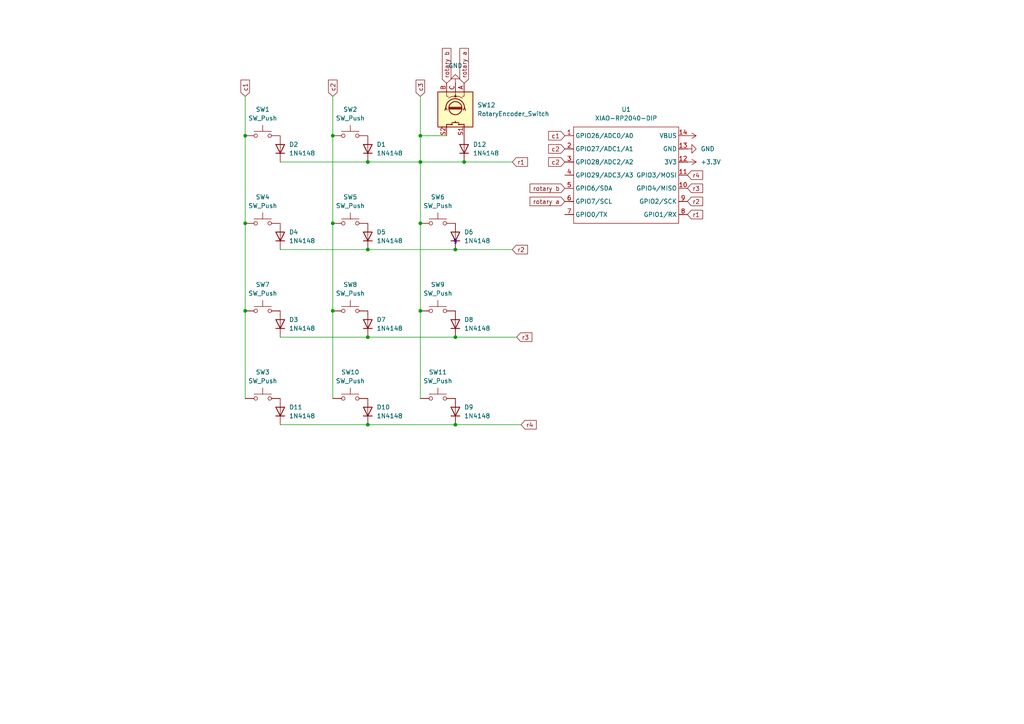
<source format=kicad_sch>
(kicad_sch
	(version 20250114)
	(generator "eeschema")
	(generator_version "9.0")
	(uuid "56b83e44-24ed-460f-8205-f31e5ba0bd7d")
	(paper "A4")
	(lib_symbols
		(symbol "Device:RotaryEncoder_Switch"
			(pin_names
				(offset 0.254)
				(hide yes)
			)
			(exclude_from_sim no)
			(in_bom yes)
			(on_board yes)
			(property "Reference" "SW"
				(at 0 6.604 0)
				(effects
					(font
						(size 1.27 1.27)
					)
				)
			)
			(property "Value" "RotaryEncoder_Switch"
				(at 0 -6.604 0)
				(effects
					(font
						(size 1.27 1.27)
					)
				)
			)
			(property "Footprint" ""
				(at -3.81 4.064 0)
				(effects
					(font
						(size 1.27 1.27)
					)
					(hide yes)
				)
			)
			(property "Datasheet" "~"
				(at 0 6.604 0)
				(effects
					(font
						(size 1.27 1.27)
					)
					(hide yes)
				)
			)
			(property "Description" "Rotary encoder, dual channel, incremental quadrate outputs, with switch"
				(at 0 0 0)
				(effects
					(font
						(size 1.27 1.27)
					)
					(hide yes)
				)
			)
			(property "ki_keywords" "rotary switch encoder switch push button"
				(at 0 0 0)
				(effects
					(font
						(size 1.27 1.27)
					)
					(hide yes)
				)
			)
			(property "ki_fp_filters" "RotaryEncoder*Switch*"
				(at 0 0 0)
				(effects
					(font
						(size 1.27 1.27)
					)
					(hide yes)
				)
			)
			(symbol "RotaryEncoder_Switch_0_1"
				(rectangle
					(start -5.08 5.08)
					(end 5.08 -5.08)
					(stroke
						(width 0.254)
						(type default)
					)
					(fill
						(type background)
					)
				)
				(polyline
					(pts
						(xy -5.08 2.54) (xy -3.81 2.54) (xy -3.81 2.032)
					)
					(stroke
						(width 0)
						(type default)
					)
					(fill
						(type none)
					)
				)
				(polyline
					(pts
						(xy -5.08 0) (xy -3.81 0) (xy -3.81 -1.016) (xy -3.302 -2.032)
					)
					(stroke
						(width 0)
						(type default)
					)
					(fill
						(type none)
					)
				)
				(polyline
					(pts
						(xy -5.08 -2.54) (xy -3.81 -2.54) (xy -3.81 -2.032)
					)
					(stroke
						(width 0)
						(type default)
					)
					(fill
						(type none)
					)
				)
				(polyline
					(pts
						(xy -4.318 0) (xy -3.81 0) (xy -3.81 1.016) (xy -3.302 2.032)
					)
					(stroke
						(width 0)
						(type default)
					)
					(fill
						(type none)
					)
				)
				(circle
					(center -3.81 0)
					(radius 0.254)
					(stroke
						(width 0)
						(type default)
					)
					(fill
						(type outline)
					)
				)
				(polyline
					(pts
						(xy -0.635 -1.778) (xy -0.635 1.778)
					)
					(stroke
						(width 0.254)
						(type default)
					)
					(fill
						(type none)
					)
				)
				(circle
					(center -0.381 0)
					(radius 1.905)
					(stroke
						(width 0.254)
						(type default)
					)
					(fill
						(type none)
					)
				)
				(polyline
					(pts
						(xy -0.381 -1.778) (xy -0.381 1.778)
					)
					(stroke
						(width 0.254)
						(type default)
					)
					(fill
						(type none)
					)
				)
				(arc
					(start -0.381 -2.794)
					(mid -3.0988 -0.0635)
					(end -0.381 2.667)
					(stroke
						(width 0.254)
						(type default)
					)
					(fill
						(type none)
					)
				)
				(polyline
					(pts
						(xy -0.127 1.778) (xy -0.127 -1.778)
					)
					(stroke
						(width 0.254)
						(type default)
					)
					(fill
						(type none)
					)
				)
				(polyline
					(pts
						(xy 0.254 2.921) (xy -0.508 2.667) (xy 0.127 2.286)
					)
					(stroke
						(width 0.254)
						(type default)
					)
					(fill
						(type none)
					)
				)
				(polyline
					(pts
						(xy 0.254 -3.048) (xy -0.508 -2.794) (xy 0.127 -2.413)
					)
					(stroke
						(width 0.254)
						(type default)
					)
					(fill
						(type none)
					)
				)
				(polyline
					(pts
						(xy 3.81 1.016) (xy 3.81 -1.016)
					)
					(stroke
						(width 0.254)
						(type default)
					)
					(fill
						(type none)
					)
				)
				(polyline
					(pts
						(xy 3.81 0) (xy 3.429 0)
					)
					(stroke
						(width 0.254)
						(type default)
					)
					(fill
						(type none)
					)
				)
				(circle
					(center 4.318 1.016)
					(radius 0.127)
					(stroke
						(width 0.254)
						(type default)
					)
					(fill
						(type none)
					)
				)
				(circle
					(center 4.318 -1.016)
					(radius 0.127)
					(stroke
						(width 0.254)
						(type default)
					)
					(fill
						(type none)
					)
				)
				(polyline
					(pts
						(xy 5.08 2.54) (xy 4.318 2.54) (xy 4.318 1.016)
					)
					(stroke
						(width 0.254)
						(type default)
					)
					(fill
						(type none)
					)
				)
				(polyline
					(pts
						(xy 5.08 -2.54) (xy 4.318 -2.54) (xy 4.318 -1.016)
					)
					(stroke
						(width 0.254)
						(type default)
					)
					(fill
						(type none)
					)
				)
			)
			(symbol "RotaryEncoder_Switch_1_1"
				(pin passive line
					(at -7.62 2.54 0)
					(length 2.54)
					(name "A"
						(effects
							(font
								(size 1.27 1.27)
							)
						)
					)
					(number "A"
						(effects
							(font
								(size 1.27 1.27)
							)
						)
					)
				)
				(pin passive line
					(at -7.62 0 0)
					(length 2.54)
					(name "C"
						(effects
							(font
								(size 1.27 1.27)
							)
						)
					)
					(number "C"
						(effects
							(font
								(size 1.27 1.27)
							)
						)
					)
				)
				(pin passive line
					(at -7.62 -2.54 0)
					(length 2.54)
					(name "B"
						(effects
							(font
								(size 1.27 1.27)
							)
						)
					)
					(number "B"
						(effects
							(font
								(size 1.27 1.27)
							)
						)
					)
				)
				(pin passive line
					(at 7.62 2.54 180)
					(length 2.54)
					(name "S1"
						(effects
							(font
								(size 1.27 1.27)
							)
						)
					)
					(number "S1"
						(effects
							(font
								(size 1.27 1.27)
							)
						)
					)
				)
				(pin passive line
					(at 7.62 -2.54 180)
					(length 2.54)
					(name "S2"
						(effects
							(font
								(size 1.27 1.27)
							)
						)
					)
					(number "S2"
						(effects
							(font
								(size 1.27 1.27)
							)
						)
					)
				)
			)
			(embedded_fonts no)
		)
		(symbol "Diode:1N4148"
			(pin_numbers
				(hide yes)
			)
			(pin_names
				(hide yes)
			)
			(exclude_from_sim no)
			(in_bom yes)
			(on_board yes)
			(property "Reference" "D"
				(at 0 2.54 0)
				(effects
					(font
						(size 1.27 1.27)
					)
				)
			)
			(property "Value" "1N4148"
				(at 0 -2.54 0)
				(effects
					(font
						(size 1.27 1.27)
					)
				)
			)
			(property "Footprint" "Diode_THT:D_DO-35_SOD27_P7.62mm_Horizontal"
				(at 0 0 0)
				(effects
					(font
						(size 1.27 1.27)
					)
					(hide yes)
				)
			)
			(property "Datasheet" "https://assets.nexperia.com/documents/data-sheet/1N4148_1N4448.pdf"
				(at 0 0 0)
				(effects
					(font
						(size 1.27 1.27)
					)
					(hide yes)
				)
			)
			(property "Description" "100V 0.15A standard switching diode, DO-35"
				(at 0 0 0)
				(effects
					(font
						(size 1.27 1.27)
					)
					(hide yes)
				)
			)
			(property "Sim.Device" "D"
				(at 0 0 0)
				(effects
					(font
						(size 1.27 1.27)
					)
					(hide yes)
				)
			)
			(property "Sim.Pins" "1=K 2=A"
				(at 0 0 0)
				(effects
					(font
						(size 1.27 1.27)
					)
					(hide yes)
				)
			)
			(property "ki_keywords" "diode"
				(at 0 0 0)
				(effects
					(font
						(size 1.27 1.27)
					)
					(hide yes)
				)
			)
			(property "ki_fp_filters" "D*DO?35*"
				(at 0 0 0)
				(effects
					(font
						(size 1.27 1.27)
					)
					(hide yes)
				)
			)
			(symbol "1N4148_0_1"
				(polyline
					(pts
						(xy -1.27 1.27) (xy -1.27 -1.27)
					)
					(stroke
						(width 0.254)
						(type default)
					)
					(fill
						(type none)
					)
				)
				(polyline
					(pts
						(xy 1.27 1.27) (xy 1.27 -1.27) (xy -1.27 0) (xy 1.27 1.27)
					)
					(stroke
						(width 0.254)
						(type default)
					)
					(fill
						(type none)
					)
				)
				(polyline
					(pts
						(xy 1.27 0) (xy -1.27 0)
					)
					(stroke
						(width 0)
						(type default)
					)
					(fill
						(type none)
					)
				)
			)
			(symbol "1N4148_1_1"
				(pin passive line
					(at -3.81 0 0)
					(length 2.54)
					(name "K"
						(effects
							(font
								(size 1.27 1.27)
							)
						)
					)
					(number "1"
						(effects
							(font
								(size 1.27 1.27)
							)
						)
					)
				)
				(pin passive line
					(at 3.81 0 180)
					(length 2.54)
					(name "A"
						(effects
							(font
								(size 1.27 1.27)
							)
						)
					)
					(number "2"
						(effects
							(font
								(size 1.27 1.27)
							)
						)
					)
				)
			)
			(embedded_fonts no)
		)
		(symbol "OPL_Kicad_Library:XIAO-RP2040-DIP"
			(exclude_from_sim no)
			(in_bom yes)
			(on_board yes)
			(property "Reference" "U"
				(at 0 0 0)
				(effects
					(font
						(size 1.27 1.27)
					)
				)
			)
			(property "Value" "XIAO-RP2040-DIP"
				(at 5.334 -1.778 0)
				(effects
					(font
						(size 1.27 1.27)
					)
				)
			)
			(property "Footprint" "Module:MOUDLE14P-XIAO-DIP-SMD"
				(at 14.478 -32.258 0)
				(effects
					(font
						(size 1.27 1.27)
					)
					(hide yes)
				)
			)
			(property "Datasheet" ""
				(at 0 0 0)
				(effects
					(font
						(size 1.27 1.27)
					)
					(hide yes)
				)
			)
			(property "Description" ""
				(at 0 0 0)
				(effects
					(font
						(size 1.27 1.27)
					)
					(hide yes)
				)
			)
			(symbol "XIAO-RP2040-DIP_1_0"
				(polyline
					(pts
						(xy -1.27 -2.54) (xy 29.21 -2.54)
					)
					(stroke
						(width 0.1524)
						(type solid)
					)
					(fill
						(type none)
					)
				)
				(polyline
					(pts
						(xy -1.27 -5.08) (xy -2.54 -5.08)
					)
					(stroke
						(width 0.1524)
						(type solid)
					)
					(fill
						(type none)
					)
				)
				(polyline
					(pts
						(xy -1.27 -5.08) (xy -1.27 -2.54)
					)
					(stroke
						(width 0.1524)
						(type solid)
					)
					(fill
						(type none)
					)
				)
				(polyline
					(pts
						(xy -1.27 -8.89) (xy -2.54 -8.89)
					)
					(stroke
						(width 0.1524)
						(type solid)
					)
					(fill
						(type none)
					)
				)
				(polyline
					(pts
						(xy -1.27 -8.89) (xy -1.27 -5.08)
					)
					(stroke
						(width 0.1524)
						(type solid)
					)
					(fill
						(type none)
					)
				)
				(polyline
					(pts
						(xy -1.27 -12.7) (xy -2.54 -12.7)
					)
					(stroke
						(width 0.1524)
						(type solid)
					)
					(fill
						(type none)
					)
				)
				(polyline
					(pts
						(xy -1.27 -12.7) (xy -1.27 -8.89)
					)
					(stroke
						(width 0.1524)
						(type solid)
					)
					(fill
						(type none)
					)
				)
				(polyline
					(pts
						(xy -1.27 -16.51) (xy -2.54 -16.51)
					)
					(stroke
						(width 0.1524)
						(type solid)
					)
					(fill
						(type none)
					)
				)
				(polyline
					(pts
						(xy -1.27 -16.51) (xy -1.27 -12.7)
					)
					(stroke
						(width 0.1524)
						(type solid)
					)
					(fill
						(type none)
					)
				)
				(polyline
					(pts
						(xy -1.27 -20.32) (xy -2.54 -20.32)
					)
					(stroke
						(width 0.1524)
						(type solid)
					)
					(fill
						(type none)
					)
				)
				(polyline
					(pts
						(xy -1.27 -24.13) (xy -2.54 -24.13)
					)
					(stroke
						(width 0.1524)
						(type solid)
					)
					(fill
						(type none)
					)
				)
				(polyline
					(pts
						(xy -1.27 -27.94) (xy -2.54 -27.94)
					)
					(stroke
						(width 0.1524)
						(type solid)
					)
					(fill
						(type none)
					)
				)
				(polyline
					(pts
						(xy -1.27 -30.48) (xy -1.27 -16.51)
					)
					(stroke
						(width 0.1524)
						(type solid)
					)
					(fill
						(type none)
					)
				)
				(polyline
					(pts
						(xy 29.21 -2.54) (xy 29.21 -5.08)
					)
					(stroke
						(width 0.1524)
						(type solid)
					)
					(fill
						(type none)
					)
				)
				(polyline
					(pts
						(xy 29.21 -5.08) (xy 29.21 -8.89)
					)
					(stroke
						(width 0.1524)
						(type solid)
					)
					(fill
						(type none)
					)
				)
				(polyline
					(pts
						(xy 29.21 -8.89) (xy 29.21 -12.7)
					)
					(stroke
						(width 0.1524)
						(type solid)
					)
					(fill
						(type none)
					)
				)
				(polyline
					(pts
						(xy 29.21 -12.7) (xy 29.21 -30.48)
					)
					(stroke
						(width 0.1524)
						(type solid)
					)
					(fill
						(type none)
					)
				)
				(polyline
					(pts
						(xy 29.21 -30.48) (xy -1.27 -30.48)
					)
					(stroke
						(width 0.1524)
						(type solid)
					)
					(fill
						(type none)
					)
				)
				(polyline
					(pts
						(xy 30.48 -5.08) (xy 29.21 -5.08)
					)
					(stroke
						(width 0.1524)
						(type solid)
					)
					(fill
						(type none)
					)
				)
				(polyline
					(pts
						(xy 30.48 -8.89) (xy 29.21 -8.89)
					)
					(stroke
						(width 0.1524)
						(type solid)
					)
					(fill
						(type none)
					)
				)
				(polyline
					(pts
						(xy 30.48 -12.7) (xy 29.21 -12.7)
					)
					(stroke
						(width 0.1524)
						(type solid)
					)
					(fill
						(type none)
					)
				)
				(polyline
					(pts
						(xy 30.48 -16.51) (xy 29.21 -16.51)
					)
					(stroke
						(width 0.1524)
						(type solid)
					)
					(fill
						(type none)
					)
				)
				(polyline
					(pts
						(xy 30.48 -20.32) (xy 29.21 -20.32)
					)
					(stroke
						(width 0.1524)
						(type solid)
					)
					(fill
						(type none)
					)
				)
				(polyline
					(pts
						(xy 30.48 -24.13) (xy 29.21 -24.13)
					)
					(stroke
						(width 0.1524)
						(type solid)
					)
					(fill
						(type none)
					)
				)
				(polyline
					(pts
						(xy 30.48 -27.94) (xy 29.21 -27.94)
					)
					(stroke
						(width 0.1524)
						(type solid)
					)
					(fill
						(type none)
					)
				)
				(pin passive line
					(at -3.81 -5.08 0)
					(length 2.54)
					(name "GPIO26/ADC0/A0"
						(effects
							(font
								(size 1.27 1.27)
							)
						)
					)
					(number "1"
						(effects
							(font
								(size 1.27 1.27)
							)
						)
					)
				)
				(pin passive line
					(at -3.81 -8.89 0)
					(length 2.54)
					(name "GPIO27/ADC1/A1"
						(effects
							(font
								(size 1.27 1.27)
							)
						)
					)
					(number "2"
						(effects
							(font
								(size 1.27 1.27)
							)
						)
					)
				)
				(pin passive line
					(at -3.81 -12.7 0)
					(length 2.54)
					(name "GPIO28/ADC2/A2"
						(effects
							(font
								(size 1.27 1.27)
							)
						)
					)
					(number "3"
						(effects
							(font
								(size 1.27 1.27)
							)
						)
					)
				)
				(pin passive line
					(at -3.81 -16.51 0)
					(length 2.54)
					(name "GPIO29/ADC3/A3"
						(effects
							(font
								(size 1.27 1.27)
							)
						)
					)
					(number "4"
						(effects
							(font
								(size 1.27 1.27)
							)
						)
					)
				)
				(pin passive line
					(at -3.81 -20.32 0)
					(length 2.54)
					(name "GPIO6/SDA"
						(effects
							(font
								(size 1.27 1.27)
							)
						)
					)
					(number "5"
						(effects
							(font
								(size 1.27 1.27)
							)
						)
					)
				)
				(pin passive line
					(at -3.81 -24.13 0)
					(length 2.54)
					(name "GPIO7/SCL"
						(effects
							(font
								(size 1.27 1.27)
							)
						)
					)
					(number "6"
						(effects
							(font
								(size 1.27 1.27)
							)
						)
					)
				)
				(pin passive line
					(at -3.81 -27.94 0)
					(length 2.54)
					(name "GPIO0/TX"
						(effects
							(font
								(size 1.27 1.27)
							)
						)
					)
					(number "7"
						(effects
							(font
								(size 1.27 1.27)
							)
						)
					)
				)
				(pin passive line
					(at 31.75 -5.08 180)
					(length 2.54)
					(name "VBUS"
						(effects
							(font
								(size 1.27 1.27)
							)
						)
					)
					(number "14"
						(effects
							(font
								(size 1.27 1.27)
							)
						)
					)
				)
				(pin passive line
					(at 31.75 -8.89 180)
					(length 2.54)
					(name "GND"
						(effects
							(font
								(size 1.27 1.27)
							)
						)
					)
					(number "13"
						(effects
							(font
								(size 1.27 1.27)
							)
						)
					)
				)
				(pin passive line
					(at 31.75 -12.7 180)
					(length 2.54)
					(name "3V3"
						(effects
							(font
								(size 1.27 1.27)
							)
						)
					)
					(number "12"
						(effects
							(font
								(size 1.27 1.27)
							)
						)
					)
				)
				(pin passive line
					(at 31.75 -16.51 180)
					(length 2.54)
					(name "GPIO3/MOSI"
						(effects
							(font
								(size 1.27 1.27)
							)
						)
					)
					(number "11"
						(effects
							(font
								(size 1.27 1.27)
							)
						)
					)
				)
				(pin passive line
					(at 31.75 -20.32 180)
					(length 2.54)
					(name "GPIO4/MISO"
						(effects
							(font
								(size 1.27 1.27)
							)
						)
					)
					(number "10"
						(effects
							(font
								(size 1.27 1.27)
							)
						)
					)
				)
				(pin passive line
					(at 31.75 -24.13 180)
					(length 2.54)
					(name "GPIO2/SCK"
						(effects
							(font
								(size 1.27 1.27)
							)
						)
					)
					(number "9"
						(effects
							(font
								(size 1.27 1.27)
							)
						)
					)
				)
				(pin passive line
					(at 31.75 -27.94 180)
					(length 2.54)
					(name "GPIO1/RX"
						(effects
							(font
								(size 1.27 1.27)
							)
						)
					)
					(number "8"
						(effects
							(font
								(size 1.27 1.27)
							)
						)
					)
				)
			)
			(embedded_fonts no)
		)
		(symbol "Switch:SW_Push"
			(pin_numbers
				(hide yes)
			)
			(pin_names
				(offset 1.016)
				(hide yes)
			)
			(exclude_from_sim no)
			(in_bom yes)
			(on_board yes)
			(property "Reference" "SW"
				(at 1.27 2.54 0)
				(effects
					(font
						(size 1.27 1.27)
					)
					(justify left)
				)
			)
			(property "Value" "SW_Push"
				(at 0 -1.524 0)
				(effects
					(font
						(size 1.27 1.27)
					)
				)
			)
			(property "Footprint" ""
				(at 0 5.08 0)
				(effects
					(font
						(size 1.27 1.27)
					)
					(hide yes)
				)
			)
			(property "Datasheet" "~"
				(at 0 5.08 0)
				(effects
					(font
						(size 1.27 1.27)
					)
					(hide yes)
				)
			)
			(property "Description" "Push button switch, generic, two pins"
				(at 0 0 0)
				(effects
					(font
						(size 1.27 1.27)
					)
					(hide yes)
				)
			)
			(property "ki_keywords" "switch normally-open pushbutton push-button"
				(at 0 0 0)
				(effects
					(font
						(size 1.27 1.27)
					)
					(hide yes)
				)
			)
			(symbol "SW_Push_0_1"
				(circle
					(center -2.032 0)
					(radius 0.508)
					(stroke
						(width 0)
						(type default)
					)
					(fill
						(type none)
					)
				)
				(polyline
					(pts
						(xy 0 1.27) (xy 0 3.048)
					)
					(stroke
						(width 0)
						(type default)
					)
					(fill
						(type none)
					)
				)
				(circle
					(center 2.032 0)
					(radius 0.508)
					(stroke
						(width 0)
						(type default)
					)
					(fill
						(type none)
					)
				)
				(polyline
					(pts
						(xy 2.54 1.27) (xy -2.54 1.27)
					)
					(stroke
						(width 0)
						(type default)
					)
					(fill
						(type none)
					)
				)
				(pin passive line
					(at -5.08 0 0)
					(length 2.54)
					(name "1"
						(effects
							(font
								(size 1.27 1.27)
							)
						)
					)
					(number "1"
						(effects
							(font
								(size 1.27 1.27)
							)
						)
					)
				)
				(pin passive line
					(at 5.08 0 180)
					(length 2.54)
					(name "2"
						(effects
							(font
								(size 1.27 1.27)
							)
						)
					)
					(number "2"
						(effects
							(font
								(size 1.27 1.27)
							)
						)
					)
				)
			)
			(embedded_fonts no)
		)
		(symbol "power:+3.3V"
			(power)
			(pin_numbers
				(hide yes)
			)
			(pin_names
				(offset 0)
				(hide yes)
			)
			(exclude_from_sim no)
			(in_bom yes)
			(on_board yes)
			(property "Reference" "#PWR"
				(at 0 -3.81 0)
				(effects
					(font
						(size 1.27 1.27)
					)
					(hide yes)
				)
			)
			(property "Value" "+3.3V"
				(at 0 3.556 0)
				(effects
					(font
						(size 1.27 1.27)
					)
				)
			)
			(property "Footprint" ""
				(at 0 0 0)
				(effects
					(font
						(size 1.27 1.27)
					)
					(hide yes)
				)
			)
			(property "Datasheet" ""
				(at 0 0 0)
				(effects
					(font
						(size 1.27 1.27)
					)
					(hide yes)
				)
			)
			(property "Description" "Power symbol creates a global label with name \"+3.3V\""
				(at 0 0 0)
				(effects
					(font
						(size 1.27 1.27)
					)
					(hide yes)
				)
			)
			(property "ki_keywords" "global power"
				(at 0 0 0)
				(effects
					(font
						(size 1.27 1.27)
					)
					(hide yes)
				)
			)
			(symbol "+3.3V_0_1"
				(polyline
					(pts
						(xy -0.762 1.27) (xy 0 2.54)
					)
					(stroke
						(width 0)
						(type default)
					)
					(fill
						(type none)
					)
				)
				(polyline
					(pts
						(xy 0 2.54) (xy 0.762 1.27)
					)
					(stroke
						(width 0)
						(type default)
					)
					(fill
						(type none)
					)
				)
				(polyline
					(pts
						(xy 0 0) (xy 0 2.54)
					)
					(stroke
						(width 0)
						(type default)
					)
					(fill
						(type none)
					)
				)
			)
			(symbol "+3.3V_1_1"
				(pin power_in line
					(at 0 0 90)
					(length 0)
					(name "~"
						(effects
							(font
								(size 1.27 1.27)
							)
						)
					)
					(number "1"
						(effects
							(font
								(size 1.27 1.27)
							)
						)
					)
				)
			)
			(embedded_fonts no)
		)
		(symbol "power:+5V"
			(power)
			(pin_numbers
				(hide yes)
			)
			(pin_names
				(offset 0)
				(hide yes)
			)
			(exclude_from_sim no)
			(in_bom yes)
			(on_board yes)
			(property "Reference" "#PWR"
				(at 0 -3.81 0)
				(effects
					(font
						(size 1.27 1.27)
					)
					(hide yes)
				)
			)
			(property "Value" "+5V"
				(at 0 3.556 0)
				(effects
					(font
						(size 1.27 1.27)
					)
				)
			)
			(property "Footprint" ""
				(at 0 0 0)
				(effects
					(font
						(size 1.27 1.27)
					)
					(hide yes)
				)
			)
			(property "Datasheet" ""
				(at 0 0 0)
				(effects
					(font
						(size 1.27 1.27)
					)
					(hide yes)
				)
			)
			(property "Description" "Power symbol creates a global label with name \"+5V\""
				(at 0 0 0)
				(effects
					(font
						(size 1.27 1.27)
					)
					(hide yes)
				)
			)
			(property "ki_keywords" "global power"
				(at 0 0 0)
				(effects
					(font
						(size 1.27 1.27)
					)
					(hide yes)
				)
			)
			(symbol "+5V_0_1"
				(polyline
					(pts
						(xy -0.762 1.27) (xy 0 2.54)
					)
					(stroke
						(width 0)
						(type default)
					)
					(fill
						(type none)
					)
				)
				(polyline
					(pts
						(xy 0 2.54) (xy 0.762 1.27)
					)
					(stroke
						(width 0)
						(type default)
					)
					(fill
						(type none)
					)
				)
				(polyline
					(pts
						(xy 0 0) (xy 0 2.54)
					)
					(stroke
						(width 0)
						(type default)
					)
					(fill
						(type none)
					)
				)
			)
			(symbol "+5V_1_1"
				(pin power_in line
					(at 0 0 90)
					(length 0)
					(name "~"
						(effects
							(font
								(size 1.27 1.27)
							)
						)
					)
					(number "1"
						(effects
							(font
								(size 1.27 1.27)
							)
						)
					)
				)
			)
			(embedded_fonts no)
		)
		(symbol "power:GND"
			(power)
			(pin_numbers
				(hide yes)
			)
			(pin_names
				(offset 0)
				(hide yes)
			)
			(exclude_from_sim no)
			(in_bom yes)
			(on_board yes)
			(property "Reference" "#PWR"
				(at 0 -6.35 0)
				(effects
					(font
						(size 1.27 1.27)
					)
					(hide yes)
				)
			)
			(property "Value" "GND"
				(at 0 -3.81 0)
				(effects
					(font
						(size 1.27 1.27)
					)
				)
			)
			(property "Footprint" ""
				(at 0 0 0)
				(effects
					(font
						(size 1.27 1.27)
					)
					(hide yes)
				)
			)
			(property "Datasheet" ""
				(at 0 0 0)
				(effects
					(font
						(size 1.27 1.27)
					)
					(hide yes)
				)
			)
			(property "Description" "Power symbol creates a global label with name \"GND\" , ground"
				(at 0 0 0)
				(effects
					(font
						(size 1.27 1.27)
					)
					(hide yes)
				)
			)
			(property "ki_keywords" "global power"
				(at 0 0 0)
				(effects
					(font
						(size 1.27 1.27)
					)
					(hide yes)
				)
			)
			(symbol "GND_0_1"
				(polyline
					(pts
						(xy 0 0) (xy 0 -1.27) (xy 1.27 -1.27) (xy 0 -2.54) (xy -1.27 -1.27) (xy 0 -1.27)
					)
					(stroke
						(width 0)
						(type default)
					)
					(fill
						(type none)
					)
				)
			)
			(symbol "GND_1_1"
				(pin power_in line
					(at 0 0 270)
					(length 0)
					(name "~"
						(effects
							(font
								(size 1.27 1.27)
							)
						)
					)
					(number "1"
						(effects
							(font
								(size 1.27 1.27)
							)
						)
					)
				)
			)
			(embedded_fonts no)
		)
	)
	(text "g"
		(exclude_from_sim no)
		(at 132.08 69.85 0)
		(effects
			(font
				(size 1.27 1.27)
			)
		)
		(uuid "780156f2-cbef-42a4-893d-df1bba41a997")
	)
	(junction
		(at 134.62 46.99)
		(diameter 0)
		(color 0 0 0 0)
		(uuid "0646ee8e-392b-44f6-8ef5-5cd4f3779f0d")
	)
	(junction
		(at 96.52 39.37)
		(diameter 0)
		(color 0 0 0 0)
		(uuid "11512fa3-cd28-4e13-80b1-de241af89a0a")
	)
	(junction
		(at 106.68 123.19)
		(diameter 0)
		(color 0 0 0 0)
		(uuid "1403990b-e338-4c37-afa9-2e6cfd695b6e")
	)
	(junction
		(at 71.12 90.17)
		(diameter 0)
		(color 0 0 0 0)
		(uuid "343ce5d5-5147-4a42-83bb-23962a973235")
	)
	(junction
		(at 96.52 64.77)
		(diameter 0)
		(color 0 0 0 0)
		(uuid "3826ae1c-cc5e-4048-a311-2273661798cb")
	)
	(junction
		(at 96.52 90.17)
		(diameter 0)
		(color 0 0 0 0)
		(uuid "4778a698-1c1a-468d-b83a-4e830f1d8ad4")
	)
	(junction
		(at 121.92 46.99)
		(diameter 0)
		(color 0 0 0 0)
		(uuid "58a524e4-456f-4632-8189-3e5480efe050")
	)
	(junction
		(at 71.12 64.77)
		(diameter 0)
		(color 0 0 0 0)
		(uuid "5fbbdc84-895e-430b-aa6f-1fb2ee4220cf")
	)
	(junction
		(at 132.08 97.79)
		(diameter 0)
		(color 0 0 0 0)
		(uuid "6de8c039-9d5c-4352-9434-43c127781a2a")
	)
	(junction
		(at 121.92 64.77)
		(diameter 0)
		(color 0 0 0 0)
		(uuid "857e12ae-b44e-49ee-bb78-e10783c55c3e")
	)
	(junction
		(at 132.08 72.39)
		(diameter 0)
		(color 0 0 0 0)
		(uuid "a25905d2-49d2-49b6-923d-efacac7b6ee1")
	)
	(junction
		(at 71.12 39.37)
		(diameter 0)
		(color 0 0 0 0)
		(uuid "a3fbdb94-fe4d-4bac-ac67-6c248e7a2547")
	)
	(junction
		(at 121.92 90.17)
		(diameter 0)
		(color 0 0 0 0)
		(uuid "bfe1bd0b-9db5-459f-81bd-797d5a9945e2")
	)
	(junction
		(at 106.68 46.99)
		(diameter 0)
		(color 0 0 0 0)
		(uuid "e18296a1-beb1-4f0a-890d-956a8598881a")
	)
	(junction
		(at 132.08 123.19)
		(diameter 0)
		(color 0 0 0 0)
		(uuid "e2db46d2-2653-4125-9912-cd6eae6f23ce")
	)
	(junction
		(at 106.68 97.79)
		(diameter 0)
		(color 0 0 0 0)
		(uuid "e74727ce-279c-4401-b580-a0eb34aaee23")
	)
	(junction
		(at 121.92 39.37)
		(diameter 0)
		(color 0 0 0 0)
		(uuid "e8845c25-0d94-4310-b1cc-a50519c27ac6")
	)
	(junction
		(at 106.68 72.39)
		(diameter 0)
		(color 0 0 0 0)
		(uuid "f8c9032d-33f6-4d48-9b8a-6cc1951d09ba")
	)
	(wire
		(pts
			(xy 106.68 72.39) (xy 132.08 72.39)
		)
		(stroke
			(width 0)
			(type default)
		)
		(uuid "11d4cbf0-6397-43de-b40d-05d79884e641")
	)
	(wire
		(pts
			(xy 121.92 39.37) (xy 129.54 39.37)
		)
		(stroke
			(width 0)
			(type default)
		)
		(uuid "1c7c253c-be0e-4684-ab29-1789d9f531bc")
	)
	(wire
		(pts
			(xy 134.62 46.99) (xy 148.59 46.99)
		)
		(stroke
			(width 0)
			(type default)
		)
		(uuid "237cb255-4038-4222-86f0-674bb64bb33d")
	)
	(wire
		(pts
			(xy 121.92 27.94) (xy 121.92 39.37)
		)
		(stroke
			(width 0)
			(type default)
		)
		(uuid "3851e7ef-ce99-4b0e-b690-a28980c80f8d")
	)
	(wire
		(pts
			(xy 96.52 90.17) (xy 96.52 115.57)
		)
		(stroke
			(width 0)
			(type default)
		)
		(uuid "3cd7afc8-4038-40a6-bd5a-63fc89b2c348")
	)
	(wire
		(pts
			(xy 71.12 90.17) (xy 71.12 115.57)
		)
		(stroke
			(width 0)
			(type default)
		)
		(uuid "3da7e8d2-47c9-4d43-9abd-b607159fad77")
	)
	(wire
		(pts
			(xy 106.68 123.19) (xy 132.08 123.19)
		)
		(stroke
			(width 0)
			(type default)
		)
		(uuid "5452c82c-ab49-4f0e-ad89-d363a6a03feb")
	)
	(wire
		(pts
			(xy 121.92 46.99) (xy 134.62 46.99)
		)
		(stroke
			(width 0)
			(type default)
		)
		(uuid "54a8b43c-2d30-4c02-a7f4-43a18e01e202")
	)
	(wire
		(pts
			(xy 81.28 72.39) (xy 106.68 72.39)
		)
		(stroke
			(width 0)
			(type default)
		)
		(uuid "54d50e36-5fc9-4f16-aaa0-7c7abc39d623")
	)
	(wire
		(pts
			(xy 121.92 39.37) (xy 121.92 46.99)
		)
		(stroke
			(width 0)
			(type default)
		)
		(uuid "6227649b-633e-4747-876c-1fef57f8734f")
	)
	(wire
		(pts
			(xy 106.68 46.99) (xy 121.92 46.99)
		)
		(stroke
			(width 0)
			(type default)
		)
		(uuid "62859447-db13-439c-a493-92f296572cee")
	)
	(wire
		(pts
			(xy 81.28 97.79) (xy 106.68 97.79)
		)
		(stroke
			(width 0)
			(type default)
		)
		(uuid "6634cc04-9823-4311-9d75-c068a0487880")
	)
	(wire
		(pts
			(xy 132.08 123.19) (xy 151.13 123.19)
		)
		(stroke
			(width 0)
			(type default)
		)
		(uuid "699ac19d-90ad-4c21-b3dd-6bbb80bbe6cb")
	)
	(wire
		(pts
			(xy 132.08 72.39) (xy 148.59 72.39)
		)
		(stroke
			(width 0)
			(type default)
		)
		(uuid "6fcd569a-12c6-4b18-96c9-0e83eef556e7")
	)
	(wire
		(pts
			(xy 121.92 90.17) (xy 121.92 115.57)
		)
		(stroke
			(width 0)
			(type default)
		)
		(uuid "99a42a3f-749c-4ce8-a38f-e73ded16be81")
	)
	(wire
		(pts
			(xy 71.12 64.77) (xy 71.12 90.17)
		)
		(stroke
			(width 0)
			(type default)
		)
		(uuid "9c5f0a1d-23c6-449e-bcd2-7faad28fcf39")
	)
	(wire
		(pts
			(xy 71.12 39.37) (xy 71.12 64.77)
		)
		(stroke
			(width 0)
			(type default)
		)
		(uuid "9eac644b-3876-4a6b-8182-5f8a3076b33d")
	)
	(wire
		(pts
			(xy 81.28 123.19) (xy 106.68 123.19)
		)
		(stroke
			(width 0)
			(type default)
		)
		(uuid "bda31b71-4e15-4cec-8cdc-d9e50c597c3f")
	)
	(wire
		(pts
			(xy 106.68 97.79) (xy 132.08 97.79)
		)
		(stroke
			(width 0)
			(type default)
		)
		(uuid "c3bdac8b-f592-4b7d-a283-c2e10f16162c")
	)
	(wire
		(pts
			(xy 121.92 64.77) (xy 121.92 90.17)
		)
		(stroke
			(width 0)
			(type default)
		)
		(uuid "d2bc3a7e-e61c-443e-800f-098365b62ac9")
	)
	(wire
		(pts
			(xy 71.12 27.94) (xy 71.12 39.37)
		)
		(stroke
			(width 0)
			(type default)
		)
		(uuid "d30b399a-5076-41a0-ad1f-4f38fb045a45")
	)
	(wire
		(pts
			(xy 81.28 46.99) (xy 106.68 46.99)
		)
		(stroke
			(width 0)
			(type default)
		)
		(uuid "d39b56af-70ac-41f5-b46e-136388701501")
	)
	(wire
		(pts
			(xy 132.08 97.79) (xy 149.86 97.79)
		)
		(stroke
			(width 0)
			(type default)
		)
		(uuid "d8c4e4b0-cf0c-4d44-8147-8d15db247d8e")
	)
	(wire
		(pts
			(xy 96.52 27.94) (xy 96.52 39.37)
		)
		(stroke
			(width 0)
			(type default)
		)
		(uuid "d9517a93-752b-4620-9c68-ba7dea4608f6")
	)
	(wire
		(pts
			(xy 96.52 64.77) (xy 96.52 90.17)
		)
		(stroke
			(width 0)
			(type default)
		)
		(uuid "e1a275ce-1248-44ac-bf91-1f11b173239d")
	)
	(wire
		(pts
			(xy 96.52 39.37) (xy 96.52 64.77)
		)
		(stroke
			(width 0)
			(type default)
		)
		(uuid "ebe82c86-f3e0-466f-bc81-9f50bec062c3")
	)
	(wire
		(pts
			(xy 121.92 46.99) (xy 121.92 64.77)
		)
		(stroke
			(width 0)
			(type default)
		)
		(uuid "ff7ab8dd-af8b-4f63-b54c-b926ecce81b9")
	)
	(global_label "rotary a"
		(shape input)
		(at 163.83 58.42 180)
		(fields_autoplaced yes)
		(effects
			(font
				(size 1.27 1.27)
			)
			(justify right)
		)
		(uuid "060d46bd-b159-4a1c-9192-e58848155760")
		(property "Intersheetrefs" "${INTERSHEET_REFS}"
			(at 153.1645 58.42 0)
			(effects
				(font
					(size 1.27 1.27)
				)
				(justify right)
				(hide yes)
			)
		)
	)
	(global_label "r2"
		(shape input)
		(at 148.59 72.39 0)
		(fields_autoplaced yes)
		(effects
			(font
				(size 1.27 1.27)
			)
			(justify left)
		)
		(uuid "10d7cb4d-726a-4575-b778-910caf534ae7")
		(property "Intersheetrefs" "${INTERSHEET_REFS}"
			(at 153.5709 72.39 0)
			(effects
				(font
					(size 1.27 1.27)
				)
				(justify left)
				(hide yes)
			)
		)
	)
	(global_label "r4"
		(shape input)
		(at 151.13 123.19 0)
		(fields_autoplaced yes)
		(effects
			(font
				(size 1.27 1.27)
			)
			(justify left)
		)
		(uuid "223f18b1-f9ee-4dcd-b6f5-4ad7adec2648")
		(property "Intersheetrefs" "${INTERSHEET_REFS}"
			(at 156.1109 123.19 0)
			(effects
				(font
					(size 1.27 1.27)
				)
				(justify left)
				(hide yes)
			)
		)
	)
	(global_label "c1"
		(shape input)
		(at 163.83 39.37 180)
		(fields_autoplaced yes)
		(effects
			(font
				(size 1.27 1.27)
			)
			(justify right)
		)
		(uuid "2678cceb-8c8f-473b-8e6c-888b912e5739")
		(property "Intersheetrefs" "${INTERSHEET_REFS}"
			(at 158.5467 39.37 0)
			(effects
				(font
					(size 1.27 1.27)
				)
				(justify right)
				(hide yes)
			)
		)
	)
	(global_label "c1"
		(shape input)
		(at 71.12 27.94 90)
		(fields_autoplaced yes)
		(effects
			(font
				(size 1.27 1.27)
			)
			(justify left)
		)
		(uuid "2d4b7e2a-a777-4f19-8ece-9982b725541e")
		(property "Intersheetrefs" "${INTERSHEET_REFS}"
			(at 71.12 22.6567 90)
			(effects
				(font
					(size 1.27 1.27)
				)
				(justify left)
				(hide yes)
			)
		)
	)
	(global_label "c2"
		(shape input)
		(at 96.52 27.94 90)
		(fields_autoplaced yes)
		(effects
			(font
				(size 1.27 1.27)
			)
			(justify left)
		)
		(uuid "5146ef4a-1356-4420-a140-9442f6900769")
		(property "Intersheetrefs" "${INTERSHEET_REFS}"
			(at 96.52 22.6567 90)
			(effects
				(font
					(size 1.27 1.27)
				)
				(justify left)
				(hide yes)
			)
		)
	)
	(global_label "r1"
		(shape input)
		(at 199.39 62.23 0)
		(fields_autoplaced yes)
		(effects
			(font
				(size 1.27 1.27)
			)
			(justify left)
		)
		(uuid "58692626-c7ed-4be3-bac7-3d47bcc83ead")
		(property "Intersheetrefs" "${INTERSHEET_REFS}"
			(at 204.3709 62.23 0)
			(effects
				(font
					(size 1.27 1.27)
				)
				(justify left)
				(hide yes)
			)
		)
	)
	(global_label "r3"
		(shape input)
		(at 149.86 97.79 0)
		(fields_autoplaced yes)
		(effects
			(font
				(size 1.27 1.27)
			)
			(justify left)
		)
		(uuid "8b10e3b1-e042-453f-a8fc-c2e9e4309406")
		(property "Intersheetrefs" "${INTERSHEET_REFS}"
			(at 154.8409 97.79 0)
			(effects
				(font
					(size 1.27 1.27)
				)
				(justify left)
				(hide yes)
			)
		)
	)
	(global_label "r3"
		(shape input)
		(at 199.39 54.61 0)
		(fields_autoplaced yes)
		(effects
			(font
				(size 1.27 1.27)
			)
			(justify left)
		)
		(uuid "90fd672f-7232-472a-b961-7f9ab3753cf9")
		(property "Intersheetrefs" "${INTERSHEET_REFS}"
			(at 204.3709 54.61 0)
			(effects
				(font
					(size 1.27 1.27)
				)
				(justify left)
				(hide yes)
			)
		)
	)
	(global_label "r1"
		(shape input)
		(at 148.59 46.99 0)
		(fields_autoplaced yes)
		(effects
			(font
				(size 1.27 1.27)
			)
			(justify left)
		)
		(uuid "924cf512-7b44-40dc-9e1d-dcc3a56678ce")
		(property "Intersheetrefs" "${INTERSHEET_REFS}"
			(at 153.5709 46.99 0)
			(effects
				(font
					(size 1.27 1.27)
				)
				(justify left)
				(hide yes)
			)
		)
	)
	(global_label "rotary b"
		(shape input)
		(at 129.54 24.13 90)
		(fields_autoplaced yes)
		(effects
			(font
				(size 1.27 1.27)
			)
			(justify left)
		)
		(uuid "95010864-77d9-41b4-a801-c50afa39e4ed")
		(property "Intersheetrefs" "${INTERSHEET_REFS}"
			(at 129.54 13.4645 90)
			(effects
				(font
					(size 1.27 1.27)
				)
				(justify left)
				(hide yes)
			)
		)
	)
	(global_label "rotary a"
		(shape input)
		(at 134.62 24.13 90)
		(fields_autoplaced yes)
		(effects
			(font
				(size 1.27 1.27)
			)
			(justify left)
		)
		(uuid "a448aa41-4adb-4a04-a1ab-745b52dc065b")
		(property "Intersheetrefs" "${INTERSHEET_REFS}"
			(at 134.62 13.4645 90)
			(effects
				(font
					(size 1.27 1.27)
				)
				(justify left)
				(hide yes)
			)
		)
	)
	(global_label "c2"
		(shape input)
		(at 163.83 46.99 180)
		(fields_autoplaced yes)
		(effects
			(font
				(size 1.27 1.27)
			)
			(justify right)
		)
		(uuid "a86473d5-a564-4369-8ebe-c623ccee4a4f")
		(property "Intersheetrefs" "${INTERSHEET_REFS}"
			(at 158.5467 46.99 0)
			(effects
				(font
					(size 1.27 1.27)
				)
				(justify right)
				(hide yes)
			)
		)
	)
	(global_label "c3"
		(shape input)
		(at 121.92 27.94 90)
		(fields_autoplaced yes)
		(effects
			(font
				(size 1.27 1.27)
			)
			(justify left)
		)
		(uuid "c6996a02-a8d6-40d2-964c-76f37a415aae")
		(property "Intersheetrefs" "${INTERSHEET_REFS}"
			(at 121.92 22.6567 90)
			(effects
				(font
					(size 1.27 1.27)
				)
				(justify left)
				(hide yes)
			)
		)
	)
	(global_label "rotary b"
		(shape input)
		(at 163.83 54.61 180)
		(fields_autoplaced yes)
		(effects
			(font
				(size 1.27 1.27)
			)
			(justify right)
		)
		(uuid "cc520d46-d8ba-43a3-9f5f-f9091094db5a")
		(property "Intersheetrefs" "${INTERSHEET_REFS}"
			(at 153.1645 54.61 0)
			(effects
				(font
					(size 1.27 1.27)
				)
				(justify right)
				(hide yes)
			)
		)
	)
	(global_label "r4"
		(shape input)
		(at 199.39 50.8 0)
		(fields_autoplaced yes)
		(effects
			(font
				(size 1.27 1.27)
			)
			(justify left)
		)
		(uuid "d27f3da5-c98d-4fc5-ac48-b88513cd8b43")
		(property "Intersheetrefs" "${INTERSHEET_REFS}"
			(at 204.3709 50.8 0)
			(effects
				(font
					(size 1.27 1.27)
				)
				(justify left)
				(hide yes)
			)
		)
	)
	(global_label "r2"
		(shape input)
		(at 199.39 58.42 0)
		(fields_autoplaced yes)
		(effects
			(font
				(size 1.27 1.27)
			)
			(justify left)
		)
		(uuid "dbbe3853-f1b9-4a6a-8b2a-27a5c291e80f")
		(property "Intersheetrefs" "${INTERSHEET_REFS}"
			(at 204.3709 58.42 0)
			(effects
				(font
					(size 1.27 1.27)
				)
				(justify left)
				(hide yes)
			)
		)
	)
	(global_label "c2"
		(shape input)
		(at 163.83 43.18 180)
		(fields_autoplaced yes)
		(effects
			(font
				(size 1.27 1.27)
			)
			(justify right)
		)
		(uuid "f2822ff9-eab1-494a-b1c3-846e3bcbe327")
		(property "Intersheetrefs" "${INTERSHEET_REFS}"
			(at 158.5467 43.18 0)
			(effects
				(font
					(size 1.27 1.27)
				)
				(justify right)
				(hide yes)
			)
		)
	)
	(symbol
		(lib_id "Switch:SW_Push")
		(at 127 90.17 0)
		(unit 1)
		(exclude_from_sim no)
		(in_bom yes)
		(on_board yes)
		(dnp no)
		(fields_autoplaced yes)
		(uuid "03a0cda4-c6ec-4b72-af22-a2acf232fdc0")
		(property "Reference" "SW9"
			(at 127 82.55 0)
			(effects
				(font
					(size 1.27 1.27)
				)
			)
		)
		(property "Value" "SW_Push"
			(at 127 85.09 0)
			(effects
				(font
					(size 1.27 1.27)
				)
			)
		)
		(property "Footprint" "Button_Switch_Keyboard:SW_Cherry_MX_1.00u_PCB"
			(at 127 85.09 0)
			(effects
				(font
					(size 1.27 1.27)
				)
				(hide yes)
			)
		)
		(property "Datasheet" "~"
			(at 127 85.09 0)
			(effects
				(font
					(size 1.27 1.27)
				)
				(hide yes)
			)
		)
		(property "Description" "Push button switch, generic, two pins"
			(at 127 90.17 0)
			(effects
				(font
					(size 1.27 1.27)
				)
				(hide yes)
			)
		)
		(pin "1"
			(uuid "d8cfc51a-7f5a-4de9-be92-5ea938891570")
		)
		(pin "2"
			(uuid "48790327-9633-42d6-9384-c5833b7e0bb7")
		)
		(instances
			(project "hat macropad"
				(path "/56b83e44-24ed-460f-8205-f31e5ba0bd7d"
					(reference "SW9")
					(unit 1)
				)
			)
		)
	)
	(symbol
		(lib_id "Switch:SW_Push")
		(at 101.6 115.57 0)
		(unit 1)
		(exclude_from_sim no)
		(in_bom yes)
		(on_board yes)
		(dnp no)
		(fields_autoplaced yes)
		(uuid "0bd71e7a-4b7b-465d-acba-de22fbccdf8f")
		(property "Reference" "SW10"
			(at 101.6 107.95 0)
			(effects
				(font
					(size 1.27 1.27)
				)
			)
		)
		(property "Value" "SW_Push"
			(at 101.6 110.49 0)
			(effects
				(font
					(size 1.27 1.27)
				)
			)
		)
		(property "Footprint" "Button_Switch_Keyboard:SW_Cherry_MX_1.00u_PCB"
			(at 101.6 110.49 0)
			(effects
				(font
					(size 1.27 1.27)
				)
				(hide yes)
			)
		)
		(property "Datasheet" "~"
			(at 101.6 110.49 0)
			(effects
				(font
					(size 1.27 1.27)
				)
				(hide yes)
			)
		)
		(property "Description" "Push button switch, generic, two pins"
			(at 101.6 115.57 0)
			(effects
				(font
					(size 1.27 1.27)
				)
				(hide yes)
			)
		)
		(pin "1"
			(uuid "4522d7c4-3ed4-40aa-8dc2-2f2021743560")
		)
		(pin "2"
			(uuid "22bf2ae8-2247-4c2d-9f20-3b6ef4a3839f")
		)
		(instances
			(project "hat macropad"
				(path "/56b83e44-24ed-460f-8205-f31e5ba0bd7d"
					(reference "SW10")
					(unit 1)
				)
			)
		)
	)
	(symbol
		(lib_id "Diode:1N4148")
		(at 132.08 119.38 90)
		(unit 1)
		(exclude_from_sim no)
		(in_bom yes)
		(on_board yes)
		(dnp no)
		(fields_autoplaced yes)
		(uuid "1916dc10-75fa-4437-8beb-f026dc71469b")
		(property "Reference" "D9"
			(at 134.62 118.1099 90)
			(effects
				(font
					(size 1.27 1.27)
				)
				(justify right)
			)
		)
		(property "Value" "1N4148"
			(at 134.62 120.6499 90)
			(effects
				(font
					(size 1.27 1.27)
				)
				(justify right)
			)
		)
		(property "Footprint" "Diode_THT:D_DO-35_SOD27_P7.62mm_Horizontal"
			(at 132.08 119.38 0)
			(effects
				(font
					(size 1.27 1.27)
				)
				(hide yes)
			)
		)
		(property "Datasheet" "https://assets.nexperia.com/documents/data-sheet/1N4148_1N4448.pdf"
			(at 132.08 119.38 0)
			(effects
				(font
					(size 1.27 1.27)
				)
				(hide yes)
			)
		)
		(property "Description" "100V 0.15A standard switching diode, DO-35"
			(at 132.08 119.38 0)
			(effects
				(font
					(size 1.27 1.27)
				)
				(hide yes)
			)
		)
		(property "Sim.Device" "D"
			(at 132.08 119.38 0)
			(effects
				(font
					(size 1.27 1.27)
				)
				(hide yes)
			)
		)
		(property "Sim.Pins" "1=K 2=A"
			(at 132.08 119.38 0)
			(effects
				(font
					(size 1.27 1.27)
				)
				(hide yes)
			)
		)
		(pin "2"
			(uuid "b46d7dbc-4d33-4942-b08c-78e2547383ec")
		)
		(pin "1"
			(uuid "144f02b1-8cb2-4ed6-a500-b93e7bb1c4e3")
		)
		(instances
			(project "hat macropad"
				(path "/56b83e44-24ed-460f-8205-f31e5ba0bd7d"
					(reference "D9")
					(unit 1)
				)
			)
		)
	)
	(symbol
		(lib_id "Diode:1N4148")
		(at 81.28 68.58 90)
		(unit 1)
		(exclude_from_sim no)
		(in_bom yes)
		(on_board yes)
		(dnp no)
		(fields_autoplaced yes)
		(uuid "2db6133e-6c16-4743-90f7-23b17dc85230")
		(property "Reference" "D4"
			(at 83.82 67.3099 90)
			(effects
				(font
					(size 1.27 1.27)
				)
				(justify right)
			)
		)
		(property "Value" "1N4148"
			(at 83.82 69.8499 90)
			(effects
				(font
					(size 1.27 1.27)
				)
				(justify right)
			)
		)
		(property "Footprint" "Diode_THT:D_DO-35_SOD27_P7.62mm_Horizontal"
			(at 81.28 68.58 0)
			(effects
				(font
					(size 1.27 1.27)
				)
				(hide yes)
			)
		)
		(property "Datasheet" "https://assets.nexperia.com/documents/data-sheet/1N4148_1N4448.pdf"
			(at 81.28 68.58 0)
			(effects
				(font
					(size 1.27 1.27)
				)
				(hide yes)
			)
		)
		(property "Description" "100V 0.15A standard switching diode, DO-35"
			(at 81.28 68.58 0)
			(effects
				(font
					(size 1.27 1.27)
				)
				(hide yes)
			)
		)
		(property "Sim.Device" "D"
			(at 81.28 68.58 0)
			(effects
				(font
					(size 1.27 1.27)
				)
				(hide yes)
			)
		)
		(property "Sim.Pins" "1=K 2=A"
			(at 81.28 68.58 0)
			(effects
				(font
					(size 1.27 1.27)
				)
				(hide yes)
			)
		)
		(pin "2"
			(uuid "4434c0ad-b946-462e-ab7f-6eeffc78f5d2")
		)
		(pin "1"
			(uuid "563dcd25-95b8-4e2a-975f-d361ae0ec1bc")
		)
		(instances
			(project "hat macropad"
				(path "/56b83e44-24ed-460f-8205-f31e5ba0bd7d"
					(reference "D4")
					(unit 1)
				)
			)
		)
	)
	(symbol
		(lib_id "power:+3.3V")
		(at 199.39 46.99 270)
		(unit 1)
		(exclude_from_sim no)
		(in_bom yes)
		(on_board yes)
		(dnp no)
		(fields_autoplaced yes)
		(uuid "2f116525-3f0c-425e-a06f-b45becea5aa9")
		(property "Reference" "#PWR04"
			(at 195.58 46.99 0)
			(effects
				(font
					(size 1.27 1.27)
				)
				(hide yes)
			)
		)
		(property "Value" "+3.3V"
			(at 203.2 46.9899 90)
			(effects
				(font
					(size 1.27 1.27)
				)
				(justify left)
			)
		)
		(property "Footprint" ""
			(at 199.39 46.99 0)
			(effects
				(font
					(size 1.27 1.27)
				)
				(hide yes)
			)
		)
		(property "Datasheet" ""
			(at 199.39 46.99 0)
			(effects
				(font
					(size 1.27 1.27)
				)
				(hide yes)
			)
		)
		(property "Description" "Power symbol creates a global label with name \"+3.3V\""
			(at 199.39 46.99 0)
			(effects
				(font
					(size 1.27 1.27)
				)
				(hide yes)
			)
		)
		(pin "1"
			(uuid "bc484d6e-c582-43b4-83a9-5c97c29f9571")
		)
		(instances
			(project ""
				(path "/56b83e44-24ed-460f-8205-f31e5ba0bd7d"
					(reference "#PWR04")
					(unit 1)
				)
			)
		)
	)
	(symbol
		(lib_id "Switch:SW_Push")
		(at 127 115.57 0)
		(unit 1)
		(exclude_from_sim no)
		(in_bom yes)
		(on_board yes)
		(dnp no)
		(fields_autoplaced yes)
		(uuid "434ae88f-86c7-4255-82fd-6e6afce67bc8")
		(property "Reference" "SW11"
			(at 127 107.95 0)
			(effects
				(font
					(size 1.27 1.27)
				)
			)
		)
		(property "Value" "SW_Push"
			(at 127 110.49 0)
			(effects
				(font
					(size 1.27 1.27)
				)
			)
		)
		(property "Footprint" "Button_Switch_Keyboard:SW_Cherry_MX_1.00u_PCB"
			(at 127 110.49 0)
			(effects
				(font
					(size 1.27 1.27)
				)
				(hide yes)
			)
		)
		(property "Datasheet" "~"
			(at 127 110.49 0)
			(effects
				(font
					(size 1.27 1.27)
				)
				(hide yes)
			)
		)
		(property "Description" "Push button switch, generic, two pins"
			(at 127 115.57 0)
			(effects
				(font
					(size 1.27 1.27)
				)
				(hide yes)
			)
		)
		(pin "1"
			(uuid "1375f89c-5650-462c-be68-d8cc7c01ce95")
		)
		(pin "2"
			(uuid "11fc467d-4ec4-4d0a-af7a-324563c213f5")
		)
		(instances
			(project "hat macropad"
				(path "/56b83e44-24ed-460f-8205-f31e5ba0bd7d"
					(reference "SW11")
					(unit 1)
				)
			)
		)
	)
	(symbol
		(lib_id "Diode:1N4148")
		(at 106.68 68.58 90)
		(unit 1)
		(exclude_from_sim no)
		(in_bom yes)
		(on_board yes)
		(dnp no)
		(fields_autoplaced yes)
		(uuid "4927053a-d78a-4805-8c68-17ca8c437487")
		(property "Reference" "D5"
			(at 109.22 67.3099 90)
			(effects
				(font
					(size 1.27 1.27)
				)
				(justify right)
			)
		)
		(property "Value" "1N4148"
			(at 109.22 69.8499 90)
			(effects
				(font
					(size 1.27 1.27)
				)
				(justify right)
			)
		)
		(property "Footprint" "Diode_THT:D_DO-35_SOD27_P7.62mm_Horizontal"
			(at 106.68 68.58 0)
			(effects
				(font
					(size 1.27 1.27)
				)
				(hide yes)
			)
		)
		(property "Datasheet" "https://assets.nexperia.com/documents/data-sheet/1N4148_1N4448.pdf"
			(at 106.68 68.58 0)
			(effects
				(font
					(size 1.27 1.27)
				)
				(hide yes)
			)
		)
		(property "Description" "100V 0.15A standard switching diode, DO-35"
			(at 106.68 68.58 0)
			(effects
				(font
					(size 1.27 1.27)
				)
				(hide yes)
			)
		)
		(property "Sim.Device" "D"
			(at 106.68 68.58 0)
			(effects
				(font
					(size 1.27 1.27)
				)
				(hide yes)
			)
		)
		(property "Sim.Pins" "1=K 2=A"
			(at 106.68 68.58 0)
			(effects
				(font
					(size 1.27 1.27)
				)
				(hide yes)
			)
		)
		(pin "2"
			(uuid "f6612673-1e7e-4914-a8a1-c1b14039b209")
		)
		(pin "1"
			(uuid "34042b10-52a4-47dc-b258-84ecf011f3d1")
		)
		(instances
			(project "hat macropad"
				(path "/56b83e44-24ed-460f-8205-f31e5ba0bd7d"
					(reference "D5")
					(unit 1)
				)
			)
		)
	)
	(symbol
		(lib_id "power:GND")
		(at 199.39 43.18 90)
		(unit 1)
		(exclude_from_sim no)
		(in_bom yes)
		(on_board yes)
		(dnp no)
		(fields_autoplaced yes)
		(uuid "4c666371-2327-4159-9a04-81e48cc3c8cf")
		(property "Reference" "#PWR02"
			(at 205.74 43.18 0)
			(effects
				(font
					(size 1.27 1.27)
				)
				(hide yes)
			)
		)
		(property "Value" "GND"
			(at 203.2 43.1799 90)
			(effects
				(font
					(size 1.27 1.27)
				)
				(justify right)
			)
		)
		(property "Footprint" ""
			(at 199.39 43.18 0)
			(effects
				(font
					(size 1.27 1.27)
				)
				(hide yes)
			)
		)
		(property "Datasheet" ""
			(at 199.39 43.18 0)
			(effects
				(font
					(size 1.27 1.27)
				)
				(hide yes)
			)
		)
		(property "Description" "Power symbol creates a global label with name \"GND\" , ground"
			(at 199.39 43.18 0)
			(effects
				(font
					(size 1.27 1.27)
				)
				(hide yes)
			)
		)
		(pin "1"
			(uuid "cf2e1cd7-4c2d-4bea-b246-ca65c0f59660")
		)
		(instances
			(project ""
				(path "/56b83e44-24ed-460f-8205-f31e5ba0bd7d"
					(reference "#PWR02")
					(unit 1)
				)
			)
		)
	)
	(symbol
		(lib_id "power:+5V")
		(at 199.39 39.37 270)
		(unit 1)
		(exclude_from_sim no)
		(in_bom yes)
		(on_board yes)
		(dnp no)
		(fields_autoplaced yes)
		(uuid "4e59017a-3c21-4fce-a243-3969ed9cf238")
		(property "Reference" "#PWR03"
			(at 195.58 39.37 0)
			(effects
				(font
					(size 1.27 1.27)
				)
				(hide yes)
			)
		)
		(property "Value" "+5V"
			(at 203.2 39.3699 90)
			(effects
				(font
					(size 1.27 1.27)
				)
				(justify left)
				(hide yes)
			)
		)
		(property "Footprint" ""
			(at 199.39 39.37 0)
			(effects
				(font
					(size 1.27 1.27)
				)
				(hide yes)
			)
		)
		(property "Datasheet" ""
			(at 199.39 39.37 0)
			(effects
				(font
					(size 1.27 1.27)
				)
				(hide yes)
			)
		)
		(property "Description" "Power symbol creates a global label with name \"+5V\""
			(at 199.39 39.37 0)
			(effects
				(font
					(size 1.27 1.27)
				)
				(hide yes)
			)
		)
		(pin "1"
			(uuid "a9d32902-46bd-49e0-a7e9-84da8803ff03")
		)
		(instances
			(project ""
				(path "/56b83e44-24ed-460f-8205-f31e5ba0bd7d"
					(reference "#PWR03")
					(unit 1)
				)
			)
		)
	)
	(symbol
		(lib_id "power:GND")
		(at 132.08 24.13 180)
		(unit 1)
		(exclude_from_sim no)
		(in_bom yes)
		(on_board yes)
		(dnp no)
		(fields_autoplaced yes)
		(uuid "556f05a0-4b5f-4fb6-aa7b-f747b4976410")
		(property "Reference" "#PWR01"
			(at 132.08 17.78 0)
			(effects
				(font
					(size 1.27 1.27)
				)
				(hide yes)
			)
		)
		(property "Value" "GND"
			(at 132.08 19.05 0)
			(effects
				(font
					(size 1.27 1.27)
				)
			)
		)
		(property "Footprint" ""
			(at 132.08 24.13 0)
			(effects
				(font
					(size 1.27 1.27)
				)
				(hide yes)
			)
		)
		(property "Datasheet" ""
			(at 132.08 24.13 0)
			(effects
				(font
					(size 1.27 1.27)
				)
				(hide yes)
			)
		)
		(property "Description" "Power symbol creates a global label with name \"GND\" , ground"
			(at 132.08 24.13 0)
			(effects
				(font
					(size 1.27 1.27)
				)
				(hide yes)
			)
		)
		(pin "1"
			(uuid "d3a94fe6-f8b2-40eb-b235-22d2a407829e")
		)
		(instances
			(project ""
				(path "/56b83e44-24ed-460f-8205-f31e5ba0bd7d"
					(reference "#PWR01")
					(unit 1)
				)
			)
		)
	)
	(symbol
		(lib_id "Switch:SW_Push")
		(at 76.2 90.17 0)
		(unit 1)
		(exclude_from_sim no)
		(in_bom yes)
		(on_board yes)
		(dnp no)
		(fields_autoplaced yes)
		(uuid "55d04ab6-878d-4717-8ac1-e8f5d04d9440")
		(property "Reference" "SW7"
			(at 76.2 82.55 0)
			(effects
				(font
					(size 1.27 1.27)
				)
			)
		)
		(property "Value" "SW_Push"
			(at 76.2 85.09 0)
			(effects
				(font
					(size 1.27 1.27)
				)
			)
		)
		(property "Footprint" "Button_Switch_Keyboard:SW_Cherry_MX_1.00u_PCB"
			(at 76.2 85.09 0)
			(effects
				(font
					(size 1.27 1.27)
				)
				(hide yes)
			)
		)
		(property "Datasheet" "~"
			(at 76.2 85.09 0)
			(effects
				(font
					(size 1.27 1.27)
				)
				(hide yes)
			)
		)
		(property "Description" "Push button switch, generic, two pins"
			(at 76.2 90.17 0)
			(effects
				(font
					(size 1.27 1.27)
				)
				(hide yes)
			)
		)
		(pin "1"
			(uuid "aa090379-6429-482b-9973-abe45e6e5282")
		)
		(pin "2"
			(uuid "211c9e68-4cd4-4fba-99be-43de72111a7e")
		)
		(instances
			(project "hat macropad"
				(path "/56b83e44-24ed-460f-8205-f31e5ba0bd7d"
					(reference "SW7")
					(unit 1)
				)
			)
		)
	)
	(symbol
		(lib_id "Switch:SW_Push")
		(at 101.6 64.77 0)
		(unit 1)
		(exclude_from_sim no)
		(in_bom yes)
		(on_board yes)
		(dnp no)
		(fields_autoplaced yes)
		(uuid "67094a1e-7417-4344-896d-06a4f6e84bec")
		(property "Reference" "SW5"
			(at 101.6 57.15 0)
			(effects
				(font
					(size 1.27 1.27)
				)
			)
		)
		(property "Value" "SW_Push"
			(at 101.6 59.69 0)
			(effects
				(font
					(size 1.27 1.27)
				)
			)
		)
		(property "Footprint" "Button_Switch_Keyboard:SW_Cherry_MX_1.00u_PCB"
			(at 101.6 59.69 0)
			(effects
				(font
					(size 1.27 1.27)
				)
				(hide yes)
			)
		)
		(property "Datasheet" "~"
			(at 101.6 59.69 0)
			(effects
				(font
					(size 1.27 1.27)
				)
				(hide yes)
			)
		)
		(property "Description" "Push button switch, generic, two pins"
			(at 101.6 64.77 0)
			(effects
				(font
					(size 1.27 1.27)
				)
				(hide yes)
			)
		)
		(pin "1"
			(uuid "edf5cdb9-26dc-4eb0-9efb-089a2b1fd51f")
		)
		(pin "2"
			(uuid "5005a778-db1b-4896-94cb-fd6adb95ed19")
		)
		(instances
			(project "hat macropad"
				(path "/56b83e44-24ed-460f-8205-f31e5ba0bd7d"
					(reference "SW5")
					(unit 1)
				)
			)
		)
	)
	(symbol
		(lib_id "Diode:1N4148")
		(at 134.62 43.18 90)
		(unit 1)
		(exclude_from_sim no)
		(in_bom yes)
		(on_board yes)
		(dnp no)
		(fields_autoplaced yes)
		(uuid "776dcd33-560e-4df2-834d-48a9a7276a1c")
		(property "Reference" "D12"
			(at 137.16 41.9099 90)
			(effects
				(font
					(size 1.27 1.27)
				)
				(justify right)
			)
		)
		(property "Value" "1N4148"
			(at 137.16 44.4499 90)
			(effects
				(font
					(size 1.27 1.27)
				)
				(justify right)
			)
		)
		(property "Footprint" "Diode_THT:D_DO-35_SOD27_P7.62mm_Horizontal"
			(at 134.62 43.18 0)
			(effects
				(font
					(size 1.27 1.27)
				)
				(hide yes)
			)
		)
		(property "Datasheet" "https://assets.nexperia.com/documents/data-sheet/1N4148_1N4448.pdf"
			(at 134.62 43.18 0)
			(effects
				(font
					(size 1.27 1.27)
				)
				(hide yes)
			)
		)
		(property "Description" "100V 0.15A standard switching diode, DO-35"
			(at 134.62 43.18 0)
			(effects
				(font
					(size 1.27 1.27)
				)
				(hide yes)
			)
		)
		(property "Sim.Device" "D"
			(at 134.62 43.18 0)
			(effects
				(font
					(size 1.27 1.27)
				)
				(hide yes)
			)
		)
		(property "Sim.Pins" "1=K 2=A"
			(at 134.62 43.18 0)
			(effects
				(font
					(size 1.27 1.27)
				)
				(hide yes)
			)
		)
		(pin "2"
			(uuid "229d53a5-bbb0-401f-bef0-5424df6774ad")
		)
		(pin "1"
			(uuid "20e50c14-e31f-40f8-85fe-7b32f9cfc70c")
		)
		(instances
			(project "hat macropad"
				(path "/56b83e44-24ed-460f-8205-f31e5ba0bd7d"
					(reference "D12")
					(unit 1)
				)
			)
		)
	)
	(symbol
		(lib_id "Switch:SW_Push")
		(at 101.6 90.17 0)
		(unit 1)
		(exclude_from_sim no)
		(in_bom yes)
		(on_board yes)
		(dnp no)
		(fields_autoplaced yes)
		(uuid "80274844-89e5-49de-b2d2-32cb9f553cec")
		(property "Reference" "SW8"
			(at 101.6 82.55 0)
			(effects
				(font
					(size 1.27 1.27)
				)
			)
		)
		(property "Value" "SW_Push"
			(at 101.6 85.09 0)
			(effects
				(font
					(size 1.27 1.27)
				)
			)
		)
		(property "Footprint" "Button_Switch_Keyboard:SW_Cherry_MX_1.00u_PCB"
			(at 101.6 85.09 0)
			(effects
				(font
					(size 1.27 1.27)
				)
				(hide yes)
			)
		)
		(property "Datasheet" "~"
			(at 101.6 85.09 0)
			(effects
				(font
					(size 1.27 1.27)
				)
				(hide yes)
			)
		)
		(property "Description" "Push button switch, generic, two pins"
			(at 101.6 90.17 0)
			(effects
				(font
					(size 1.27 1.27)
				)
				(hide yes)
			)
		)
		(pin "1"
			(uuid "278612cb-8698-41a7-a7f0-0274d917e3a9")
		)
		(pin "2"
			(uuid "6159eab6-2361-45e4-840b-61dcb77d5f97")
		)
		(instances
			(project "hat macropad"
				(path "/56b83e44-24ed-460f-8205-f31e5ba0bd7d"
					(reference "SW8")
					(unit 1)
				)
			)
		)
	)
	(symbol
		(lib_id "Diode:1N4148")
		(at 106.68 119.38 90)
		(unit 1)
		(exclude_from_sim no)
		(in_bom yes)
		(on_board yes)
		(dnp no)
		(fields_autoplaced yes)
		(uuid "92fdb618-4c83-4c2c-8333-0c1ee874606c")
		(property "Reference" "D10"
			(at 109.22 118.1099 90)
			(effects
				(font
					(size 1.27 1.27)
				)
				(justify right)
			)
		)
		(property "Value" "1N4148"
			(at 109.22 120.6499 90)
			(effects
				(font
					(size 1.27 1.27)
				)
				(justify right)
			)
		)
		(property "Footprint" "Diode_THT:D_DO-35_SOD27_P7.62mm_Horizontal"
			(at 106.68 119.38 0)
			(effects
				(font
					(size 1.27 1.27)
				)
				(hide yes)
			)
		)
		(property "Datasheet" "https://assets.nexperia.com/documents/data-sheet/1N4148_1N4448.pdf"
			(at 106.68 119.38 0)
			(effects
				(font
					(size 1.27 1.27)
				)
				(hide yes)
			)
		)
		(property "Description" "100V 0.15A standard switching diode, DO-35"
			(at 106.68 119.38 0)
			(effects
				(font
					(size 1.27 1.27)
				)
				(hide yes)
			)
		)
		(property "Sim.Device" "D"
			(at 106.68 119.38 0)
			(effects
				(font
					(size 1.27 1.27)
				)
				(hide yes)
			)
		)
		(property "Sim.Pins" "1=K 2=A"
			(at 106.68 119.38 0)
			(effects
				(font
					(size 1.27 1.27)
				)
				(hide yes)
			)
		)
		(pin "2"
			(uuid "3f4bf5c3-807a-40f0-bacf-3c6c2dabd949")
		)
		(pin "1"
			(uuid "c46b5d2f-fa2e-4870-9d93-dcb375a75543")
		)
		(instances
			(project "hat macropad"
				(path "/56b83e44-24ed-460f-8205-f31e5ba0bd7d"
					(reference "D10")
					(unit 1)
				)
			)
		)
	)
	(symbol
		(lib_id "Switch:SW_Push")
		(at 127 64.77 0)
		(unit 1)
		(exclude_from_sim no)
		(in_bom yes)
		(on_board yes)
		(dnp no)
		(fields_autoplaced yes)
		(uuid "959a2bef-02f7-4acd-93eb-147b101816ce")
		(property "Reference" "SW6"
			(at 127 57.15 0)
			(effects
				(font
					(size 1.27 1.27)
				)
			)
		)
		(property "Value" "SW_Push"
			(at 127 59.69 0)
			(effects
				(font
					(size 1.27 1.27)
				)
			)
		)
		(property "Footprint" "Button_Switch_Keyboard:SW_Cherry_MX_1.00u_PCB"
			(at 127 59.69 0)
			(effects
				(font
					(size 1.27 1.27)
				)
				(hide yes)
			)
		)
		(property "Datasheet" "~"
			(at 127 59.69 0)
			(effects
				(font
					(size 1.27 1.27)
				)
				(hide yes)
			)
		)
		(property "Description" "Push button switch, generic, two pins"
			(at 127 64.77 0)
			(effects
				(font
					(size 1.27 1.27)
				)
				(hide yes)
			)
		)
		(pin "1"
			(uuid "2f2b2e50-dcf1-442f-b536-2f22cf1d94a9")
		)
		(pin "2"
			(uuid "7236d5ee-fb30-4597-b5f9-8086df5cfb15")
		)
		(instances
			(project "hat macropad"
				(path "/56b83e44-24ed-460f-8205-f31e5ba0bd7d"
					(reference "SW6")
					(unit 1)
				)
			)
		)
	)
	(symbol
		(lib_id "Diode:1N4148")
		(at 132.08 68.58 90)
		(unit 1)
		(exclude_from_sim no)
		(in_bom yes)
		(on_board yes)
		(dnp no)
		(fields_autoplaced yes)
		(uuid "9aa8dafc-5274-4c40-877a-569837f37baf")
		(property "Reference" "D6"
			(at 134.62 67.3099 90)
			(effects
				(font
					(size 1.27 1.27)
				)
				(justify right)
			)
		)
		(property "Value" "1N4148"
			(at 134.62 69.8499 90)
			(effects
				(font
					(size 1.27 1.27)
				)
				(justify right)
			)
		)
		(property "Footprint" "Diode_THT:D_DO-35_SOD27_P7.62mm_Horizontal"
			(at 132.08 68.58 0)
			(effects
				(font
					(size 1.27 1.27)
				)
				(hide yes)
			)
		)
		(property "Datasheet" "https://assets.nexperia.com/documents/data-sheet/1N4148_1N4448.pdf"
			(at 132.08 68.58 0)
			(effects
				(font
					(size 1.27 1.27)
				)
				(hide yes)
			)
		)
		(property "Description" "100V 0.15A standard switching diode, DO-35"
			(at 132.08 68.58 0)
			(effects
				(font
					(size 1.27 1.27)
				)
				(hide yes)
			)
		)
		(property "Sim.Device" "D"
			(at 132.08 68.58 0)
			(effects
				(font
					(size 1.27 1.27)
				)
				(hide yes)
			)
		)
		(property "Sim.Pins" "1=K 2=A"
			(at 132.08 68.58 0)
			(effects
				(font
					(size 1.27 1.27)
				)
				(hide yes)
			)
		)
		(pin "2"
			(uuid "18f3a6c9-af54-48a8-b972-a1e731fbd97a")
		)
		(pin "1"
			(uuid "daf13c7b-3cc5-4d66-9ee8-45daf0f8850a")
		)
		(instances
			(project "hat macropad"
				(path "/56b83e44-24ed-460f-8205-f31e5ba0bd7d"
					(reference "D6")
					(unit 1)
				)
			)
		)
	)
	(symbol
		(lib_id "Diode:1N4148")
		(at 81.28 119.38 90)
		(unit 1)
		(exclude_from_sim no)
		(in_bom yes)
		(on_board yes)
		(dnp no)
		(fields_autoplaced yes)
		(uuid "9cede0a9-7ba3-421a-8e23-248e2446f803")
		(property "Reference" "D11"
			(at 83.82 118.1099 90)
			(effects
				(font
					(size 1.27 1.27)
				)
				(justify right)
			)
		)
		(property "Value" "1N4148"
			(at 83.82 120.6499 90)
			(effects
				(font
					(size 1.27 1.27)
				)
				(justify right)
			)
		)
		(property "Footprint" "Diode_THT:D_DO-35_SOD27_P7.62mm_Horizontal"
			(at 81.28 119.38 0)
			(effects
				(font
					(size 1.27 1.27)
				)
				(hide yes)
			)
		)
		(property "Datasheet" "https://assets.nexperia.com/documents/data-sheet/1N4148_1N4448.pdf"
			(at 81.28 119.38 0)
			(effects
				(font
					(size 1.27 1.27)
				)
				(hide yes)
			)
		)
		(property "Description" "100V 0.15A standard switching diode, DO-35"
			(at 81.28 119.38 0)
			(effects
				(font
					(size 1.27 1.27)
				)
				(hide yes)
			)
		)
		(property "Sim.Device" "D"
			(at 81.28 119.38 0)
			(effects
				(font
					(size 1.27 1.27)
				)
				(hide yes)
			)
		)
		(property "Sim.Pins" "1=K 2=A"
			(at 81.28 119.38 0)
			(effects
				(font
					(size 1.27 1.27)
				)
				(hide yes)
			)
		)
		(pin "2"
			(uuid "8a324c71-d92c-4a1e-b239-977b10b01569")
		)
		(pin "1"
			(uuid "6bc49e7f-a0f7-4544-b905-da41ea42a1f8")
		)
		(instances
			(project "hat macropad"
				(path "/56b83e44-24ed-460f-8205-f31e5ba0bd7d"
					(reference "D11")
					(unit 1)
				)
			)
		)
	)
	(symbol
		(lib_id "Switch:SW_Push")
		(at 76.2 115.57 0)
		(unit 1)
		(exclude_from_sim no)
		(in_bom yes)
		(on_board yes)
		(dnp no)
		(fields_autoplaced yes)
		(uuid "a1371ae1-b4dd-44ef-83c2-dd0646745c4f")
		(property "Reference" "SW3"
			(at 76.2 107.95 0)
			(effects
				(font
					(size 1.27 1.27)
				)
			)
		)
		(property "Value" "SW_Push"
			(at 76.2 110.49 0)
			(effects
				(font
					(size 1.27 1.27)
				)
			)
		)
		(property "Footprint" "Button_Switch_Keyboard:SW_Cherry_MX_1.00u_PCB"
			(at 76.2 110.49 0)
			(effects
				(font
					(size 1.27 1.27)
				)
				(hide yes)
			)
		)
		(property "Datasheet" "~"
			(at 76.2 110.49 0)
			(effects
				(font
					(size 1.27 1.27)
				)
				(hide yes)
			)
		)
		(property "Description" "Push button switch, generic, two pins"
			(at 76.2 115.57 0)
			(effects
				(font
					(size 1.27 1.27)
				)
				(hide yes)
			)
		)
		(pin "1"
			(uuid "52efe62c-25e3-4834-a521-1663a7b4ce89")
		)
		(pin "2"
			(uuid "0f21aee7-92ce-4431-af28-19876edff98d")
		)
		(instances
			(project "hat macropad"
				(path "/56b83e44-24ed-460f-8205-f31e5ba0bd7d"
					(reference "SW3")
					(unit 1)
				)
			)
		)
	)
	(symbol
		(lib_id "Diode:1N4148")
		(at 106.68 43.18 90)
		(unit 1)
		(exclude_from_sim no)
		(in_bom yes)
		(on_board yes)
		(dnp no)
		(fields_autoplaced yes)
		(uuid "ac2c39d9-8820-4119-89a4-c42772c5a227")
		(property "Reference" "D1"
			(at 109.22 41.9099 90)
			(effects
				(font
					(size 1.27 1.27)
				)
				(justify right)
			)
		)
		(property "Value" "1N4148"
			(at 109.22 44.4499 90)
			(effects
				(font
					(size 1.27 1.27)
				)
				(justify right)
			)
		)
		(property "Footprint" "Diode_THT:D_DO-35_SOD27_P7.62mm_Horizontal"
			(at 106.68 43.18 0)
			(effects
				(font
					(size 1.27 1.27)
				)
				(hide yes)
			)
		)
		(property "Datasheet" "https://assets.nexperia.com/documents/data-sheet/1N4148_1N4448.pdf"
			(at 106.68 43.18 0)
			(effects
				(font
					(size 1.27 1.27)
				)
				(hide yes)
			)
		)
		(property "Description" "100V 0.15A standard switching diode, DO-35"
			(at 106.68 43.18 0)
			(effects
				(font
					(size 1.27 1.27)
				)
				(hide yes)
			)
		)
		(property "Sim.Device" "D"
			(at 106.68 43.18 0)
			(effects
				(font
					(size 1.27 1.27)
				)
				(hide yes)
			)
		)
		(property "Sim.Pins" "1=K 2=A"
			(at 106.68 43.18 0)
			(effects
				(font
					(size 1.27 1.27)
				)
				(hide yes)
			)
		)
		(pin "2"
			(uuid "51bf153d-3f77-491a-8854-35f00cfa7266")
		)
		(pin "1"
			(uuid "5933804e-fe6d-4b88-a04d-307b3fd7a57c")
		)
		(instances
			(project "hat macropad"
				(path "/56b83e44-24ed-460f-8205-f31e5ba0bd7d"
					(reference "D1")
					(unit 1)
				)
			)
		)
	)
	(symbol
		(lib_id "Diode:1N4148")
		(at 106.68 93.98 90)
		(unit 1)
		(exclude_from_sim no)
		(in_bom yes)
		(on_board yes)
		(dnp no)
		(fields_autoplaced yes)
		(uuid "b74bb857-fd2f-4feb-bab0-17765f072ec1")
		(property "Reference" "D7"
			(at 109.22 92.7099 90)
			(effects
				(font
					(size 1.27 1.27)
				)
				(justify right)
			)
		)
		(property "Value" "1N4148"
			(at 109.22 95.2499 90)
			(effects
				(font
					(size 1.27 1.27)
				)
				(justify right)
			)
		)
		(property "Footprint" "Diode_THT:D_DO-35_SOD27_P7.62mm_Horizontal"
			(at 106.68 93.98 0)
			(effects
				(font
					(size 1.27 1.27)
				)
				(hide yes)
			)
		)
		(property "Datasheet" "https://assets.nexperia.com/documents/data-sheet/1N4148_1N4448.pdf"
			(at 106.68 93.98 0)
			(effects
				(font
					(size 1.27 1.27)
				)
				(hide yes)
			)
		)
		(property "Description" "100V 0.15A standard switching diode, DO-35"
			(at 106.68 93.98 0)
			(effects
				(font
					(size 1.27 1.27)
				)
				(hide yes)
			)
		)
		(property "Sim.Device" "D"
			(at 106.68 93.98 0)
			(effects
				(font
					(size 1.27 1.27)
				)
				(hide yes)
			)
		)
		(property "Sim.Pins" "1=K 2=A"
			(at 106.68 93.98 0)
			(effects
				(font
					(size 1.27 1.27)
				)
				(hide yes)
			)
		)
		(pin "2"
			(uuid "dc19f8f6-b730-401b-bc89-d8a28a13dc49")
		)
		(pin "1"
			(uuid "6cd6cc5c-19e5-4b9c-9ce1-2ca2f5fcfd0f")
		)
		(instances
			(project "hat macropad"
				(path "/56b83e44-24ed-460f-8205-f31e5ba0bd7d"
					(reference "D7")
					(unit 1)
				)
			)
		)
	)
	(symbol
		(lib_id "Diode:1N4148")
		(at 81.28 93.98 90)
		(unit 1)
		(exclude_from_sim no)
		(in_bom yes)
		(on_board yes)
		(dnp no)
		(fields_autoplaced yes)
		(uuid "c494f9c4-21f9-48af-9957-de7a1eddb550")
		(property "Reference" "D3"
			(at 83.82 92.7099 90)
			(effects
				(font
					(size 1.27 1.27)
				)
				(justify right)
			)
		)
		(property "Value" "1N4148"
			(at 83.82 95.2499 90)
			(effects
				(font
					(size 1.27 1.27)
				)
				(justify right)
			)
		)
		(property "Footprint" "Diode_THT:D_DO-35_SOD27_P7.62mm_Horizontal"
			(at 81.28 93.98 0)
			(effects
				(font
					(size 1.27 1.27)
				)
				(hide yes)
			)
		)
		(property "Datasheet" "https://assets.nexperia.com/documents/data-sheet/1N4148_1N4448.pdf"
			(at 81.28 93.98 0)
			(effects
				(font
					(size 1.27 1.27)
				)
				(hide yes)
			)
		)
		(property "Description" "100V 0.15A standard switching diode, DO-35"
			(at 81.28 93.98 0)
			(effects
				(font
					(size 1.27 1.27)
				)
				(hide yes)
			)
		)
		(property "Sim.Device" "D"
			(at 81.28 93.98 0)
			(effects
				(font
					(size 1.27 1.27)
				)
				(hide yes)
			)
		)
		(property "Sim.Pins" "1=K 2=A"
			(at 81.28 93.98 0)
			(effects
				(font
					(size 1.27 1.27)
				)
				(hide yes)
			)
		)
		(pin "2"
			(uuid "09e4bba3-47f2-43ff-8cf9-6655281f8ea5")
		)
		(pin "1"
			(uuid "ce820a07-de4c-4fbc-b8c2-7d2323aae3a2")
		)
		(instances
			(project "hat macropad"
				(path "/56b83e44-24ed-460f-8205-f31e5ba0bd7d"
					(reference "D3")
					(unit 1)
				)
			)
		)
	)
	(symbol
		(lib_id "Diode:1N4148")
		(at 81.28 43.18 90)
		(unit 1)
		(exclude_from_sim no)
		(in_bom yes)
		(on_board yes)
		(dnp no)
		(fields_autoplaced yes)
		(uuid "c52a375a-91f1-44ec-b21a-62b01abc03e1")
		(property "Reference" "D2"
			(at 83.82 41.9099 90)
			(effects
				(font
					(size 1.27 1.27)
				)
				(justify right)
			)
		)
		(property "Value" "1N4148"
			(at 83.82 44.4499 90)
			(effects
				(font
					(size 1.27 1.27)
				)
				(justify right)
			)
		)
		(property "Footprint" "Diode_THT:D_DO-35_SOD27_P7.62mm_Horizontal"
			(at 81.28 43.18 0)
			(effects
				(font
					(size 1.27 1.27)
				)
				(hide yes)
			)
		)
		(property "Datasheet" "https://assets.nexperia.com/documents/data-sheet/1N4148_1N4448.pdf"
			(at 81.28 43.18 0)
			(effects
				(font
					(size 1.27 1.27)
				)
				(hide yes)
			)
		)
		(property "Description" "100V 0.15A standard switching diode, DO-35"
			(at 81.28 43.18 0)
			(effects
				(font
					(size 1.27 1.27)
				)
				(hide yes)
			)
		)
		(property "Sim.Device" "D"
			(at 81.28 43.18 0)
			(effects
				(font
					(size 1.27 1.27)
				)
				(hide yes)
			)
		)
		(property "Sim.Pins" "1=K 2=A"
			(at 81.28 43.18 0)
			(effects
				(font
					(size 1.27 1.27)
				)
				(hide yes)
			)
		)
		(pin "2"
			(uuid "73eca17a-8fea-4618-9f8f-5759555f8317")
		)
		(pin "1"
			(uuid "e9ddc13f-043a-4950-afe6-a798c3fc88b2")
		)
		(instances
			(project ""
				(path "/56b83e44-24ed-460f-8205-f31e5ba0bd7d"
					(reference "D2")
					(unit 1)
				)
			)
		)
	)
	(symbol
		(lib_id "Switch:SW_Push")
		(at 76.2 64.77 0)
		(unit 1)
		(exclude_from_sim no)
		(in_bom yes)
		(on_board yes)
		(dnp no)
		(fields_autoplaced yes)
		(uuid "ca60a42c-d3e1-4c11-bfd7-e23a1ac14b4b")
		(property "Reference" "SW4"
			(at 76.2 57.15 0)
			(effects
				(font
					(size 1.27 1.27)
				)
			)
		)
		(property "Value" "SW_Push"
			(at 76.2 59.69 0)
			(effects
				(font
					(size 1.27 1.27)
				)
			)
		)
		(property "Footprint" "Button_Switch_Keyboard:SW_Cherry_MX_1.00u_PCB"
			(at 76.2 59.69 0)
			(effects
				(font
					(size 1.27 1.27)
				)
				(hide yes)
			)
		)
		(property "Datasheet" "~"
			(at 76.2 59.69 0)
			(effects
				(font
					(size 1.27 1.27)
				)
				(hide yes)
			)
		)
		(property "Description" "Push button switch, generic, two pins"
			(at 76.2 64.77 0)
			(effects
				(font
					(size 1.27 1.27)
				)
				(hide yes)
			)
		)
		(pin "1"
			(uuid "144ebd62-675c-435f-b481-1f294e7ae38e")
		)
		(pin "2"
			(uuid "1d8bd043-7de3-45a5-b7fb-e778151a6f1e")
		)
		(instances
			(project "hat macropad"
				(path "/56b83e44-24ed-460f-8205-f31e5ba0bd7d"
					(reference "SW4")
					(unit 1)
				)
			)
		)
	)
	(symbol
		(lib_id "Diode:1N4148")
		(at 132.08 93.98 90)
		(unit 1)
		(exclude_from_sim no)
		(in_bom yes)
		(on_board yes)
		(dnp no)
		(fields_autoplaced yes)
		(uuid "d69e9972-3518-4892-becd-bf53a1e24e59")
		(property "Reference" "D8"
			(at 134.62 92.7099 90)
			(effects
				(font
					(size 1.27 1.27)
				)
				(justify right)
			)
		)
		(property "Value" "1N4148"
			(at 134.62 95.2499 90)
			(effects
				(font
					(size 1.27 1.27)
				)
				(justify right)
			)
		)
		(property "Footprint" "Diode_THT:D_DO-35_SOD27_P7.62mm_Horizontal"
			(at 132.08 93.98 0)
			(effects
				(font
					(size 1.27 1.27)
				)
				(hide yes)
			)
		)
		(property "Datasheet" "https://assets.nexperia.com/documents/data-sheet/1N4148_1N4448.pdf"
			(at 132.08 93.98 0)
			(effects
				(font
					(size 1.27 1.27)
				)
				(hide yes)
			)
		)
		(property "Description" "100V 0.15A standard switching diode, DO-35"
			(at 132.08 93.98 0)
			(effects
				(font
					(size 1.27 1.27)
				)
				(hide yes)
			)
		)
		(property "Sim.Device" "D"
			(at 132.08 93.98 0)
			(effects
				(font
					(size 1.27 1.27)
				)
				(hide yes)
			)
		)
		(property "Sim.Pins" "1=K 2=A"
			(at 132.08 93.98 0)
			(effects
				(font
					(size 1.27 1.27)
				)
				(hide yes)
			)
		)
		(pin "2"
			(uuid "db1fd894-f21f-4cc6-a785-cf7a8b52f756")
		)
		(pin "1"
			(uuid "b5abeb75-a0e8-4433-9511-6d59b4800359")
		)
		(instances
			(project "hat macropad"
				(path "/56b83e44-24ed-460f-8205-f31e5ba0bd7d"
					(reference "D8")
					(unit 1)
				)
			)
		)
	)
	(symbol
		(lib_id "Switch:SW_Push")
		(at 101.6 39.37 0)
		(unit 1)
		(exclude_from_sim no)
		(in_bom yes)
		(on_board yes)
		(dnp no)
		(fields_autoplaced yes)
		(uuid "e41bcc01-a993-45fb-98c9-a67b17bcfa41")
		(property "Reference" "SW2"
			(at 101.6 31.75 0)
			(effects
				(font
					(size 1.27 1.27)
				)
			)
		)
		(property "Value" "SW_Push"
			(at 101.6 34.29 0)
			(effects
				(font
					(size 1.27 1.27)
				)
			)
		)
		(property "Footprint" "Button_Switch_Keyboard:SW_Cherry_MX_1.00u_PCB"
			(at 101.6 34.29 0)
			(effects
				(font
					(size 1.27 1.27)
				)
				(hide yes)
			)
		)
		(property "Datasheet" "~"
			(at 101.6 34.29 0)
			(effects
				(font
					(size 1.27 1.27)
				)
				(hide yes)
			)
		)
		(property "Description" "Push button switch, generic, two pins"
			(at 101.6 39.37 0)
			(effects
				(font
					(size 1.27 1.27)
				)
				(hide yes)
			)
		)
		(pin "1"
			(uuid "1455bfc1-a4e6-4256-893a-9be57ca23832")
		)
		(pin "2"
			(uuid "558b8a1f-2f16-41b3-8fd5-784d41c45a0e")
		)
		(instances
			(project "hat macropad"
				(path "/56b83e44-24ed-460f-8205-f31e5ba0bd7d"
					(reference "SW2")
					(unit 1)
				)
			)
		)
	)
	(symbol
		(lib_id "Switch:SW_Push")
		(at 76.2 39.37 0)
		(unit 1)
		(exclude_from_sim no)
		(in_bom yes)
		(on_board yes)
		(dnp no)
		(fields_autoplaced yes)
		(uuid "f5322ccc-903d-44fd-86e6-a8e523f557b3")
		(property "Reference" "SW1"
			(at 76.2 31.75 0)
			(effects
				(font
					(size 1.27 1.27)
				)
			)
		)
		(property "Value" "SW_Push"
			(at 76.2 34.29 0)
			(effects
				(font
					(size 1.27 1.27)
				)
			)
		)
		(property "Footprint" "Button_Switch_Keyboard:SW_Cherry_MX_1.00u_PCB"
			(at 76.2 34.29 0)
			(effects
				(font
					(size 1.27 1.27)
				)
				(hide yes)
			)
		)
		(property "Datasheet" "~"
			(at 76.2 34.29 0)
			(effects
				(font
					(size 1.27 1.27)
				)
				(hide yes)
			)
		)
		(property "Description" "Push button switch, generic, two pins"
			(at 76.2 39.37 0)
			(effects
				(font
					(size 1.27 1.27)
				)
				(hide yes)
			)
		)
		(pin "1"
			(uuid "8c647b0a-fd00-4056-8cce-35d8ce9f11b6")
		)
		(pin "2"
			(uuid "fe4d1408-0c75-4746-a328-f9b4b09b82c4")
		)
		(instances
			(project ""
				(path "/56b83e44-24ed-460f-8205-f31e5ba0bd7d"
					(reference "SW1")
					(unit 1)
				)
			)
		)
	)
	(symbol
		(lib_id "Device:RotaryEncoder_Switch")
		(at 132.08 31.75 270)
		(unit 1)
		(exclude_from_sim no)
		(in_bom yes)
		(on_board yes)
		(dnp no)
		(fields_autoplaced yes)
		(uuid "f74fe064-93fd-48f3-86b2-1390fb05a3ba")
		(property "Reference" "SW12"
			(at 138.43 30.4799 90)
			(effects
				(font
					(size 1.27 1.27)
				)
				(justify left)
			)
		)
		(property "Value" "RotaryEncoder_Switch"
			(at 138.43 33.0199 90)
			(effects
				(font
					(size 1.27 1.27)
				)
				(justify left)
			)
		)
		(property "Footprint" "Rotary_Encoder:RotaryEncoder_Alps_EC11E-Switch_Vertical_H20mm"
			(at 136.144 27.94 0)
			(effects
				(font
					(size 1.27 1.27)
				)
				(hide yes)
			)
		)
		(property "Datasheet" "~"
			(at 138.684 31.75 0)
			(effects
				(font
					(size 1.27 1.27)
				)
				(hide yes)
			)
		)
		(property "Description" "Rotary encoder, dual channel, incremental quadrate outputs, with switch"
			(at 132.08 31.75 0)
			(effects
				(font
					(size 1.27 1.27)
				)
				(hide yes)
			)
		)
		(pin "S1"
			(uuid "b879ffb6-7bbb-4023-b553-913195ffff74")
		)
		(pin "A"
			(uuid "b3dfe7e0-46f0-4b7e-9fed-a3612e74df95")
		)
		(pin "C"
			(uuid "35b0d297-86b0-49da-bdf3-75a869f6d0ff")
		)
		(pin "B"
			(uuid "0b75da85-f698-4a0c-983f-fc2378b76469")
		)
		(pin "S2"
			(uuid "feafd63b-8a5c-4faa-8d7d-e210cc9fa495")
		)
		(instances
			(project ""
				(path "/56b83e44-24ed-460f-8205-f31e5ba0bd7d"
					(reference "SW12")
					(unit 1)
				)
			)
		)
	)
	(symbol
		(lib_id "OPL_Kicad_Library:XIAO-RP2040-DIP")
		(at 167.64 34.29 0)
		(unit 1)
		(exclude_from_sim no)
		(in_bom yes)
		(on_board yes)
		(dnp no)
		(fields_autoplaced yes)
		(uuid "fb1acd30-94a1-4b15-94f6-060f5be52eda")
		(property "Reference" "U1"
			(at 181.61 31.75 0)
			(effects
				(font
					(size 1.27 1.27)
				)
			)
		)
		(property "Value" "XIAO-RP2040-DIP"
			(at 181.61 34.29 0)
			(effects
				(font
					(size 1.27 1.27)
				)
			)
		)
		(property "Footprint" "OPL_Kicad_Library-master:XIAO-RP2040-DIP"
			(at 182.118 66.548 0)
			(effects
				(font
					(size 1.27 1.27)
				)
				(hide yes)
			)
		)
		(property "Datasheet" ""
			(at 167.64 34.29 0)
			(effects
				(font
					(size 1.27 1.27)
				)
				(hide yes)
			)
		)
		(property "Description" ""
			(at 167.64 34.29 0)
			(effects
				(font
					(size 1.27 1.27)
				)
				(hide yes)
			)
		)
		(pin "5"
			(uuid "48cea8c4-b4fe-4307-b648-710cd2e69c29")
		)
		(pin "7"
			(uuid "b9b19a9d-26fd-4796-bb86-2e73a9b5f8fc")
		)
		(pin "3"
			(uuid "d8e763f1-daed-449e-baa1-5e3a13a9a792")
		)
		(pin "2"
			(uuid "4edcbbc7-9a4a-4584-86ad-5f47de520154")
		)
		(pin "1"
			(uuid "a9c63d37-701e-4dbd-a917-58ed25c45ac2")
		)
		(pin "4"
			(uuid "6cbdf874-2bd7-4943-a3b2-dfa932f4db85")
		)
		(pin "13"
			(uuid "576e04e0-1eba-4b7d-ad91-061b3f3429b4")
		)
		(pin "6"
			(uuid "02d52ba9-7105-4611-a958-8f209f53c42b")
		)
		(pin "14"
			(uuid "2bc6f8f5-b28e-45e8-9923-e92771eb3a98")
		)
		(pin "12"
			(uuid "15ffd68b-834a-4bb3-9163-363459cb12c2")
		)
		(pin "10"
			(uuid "e1d061cb-883c-42b3-96ec-12fae9736a6c")
		)
		(pin "9"
			(uuid "efb397a8-f94c-4126-8b83-2fec4819d3b3")
		)
		(pin "8"
			(uuid "2ee41109-f9e9-4da3-bf17-554c3a05ae35")
		)
		(pin "11"
			(uuid "85a67638-f8f2-4766-9501-e14bc1cbf7be")
		)
		(instances
			(project ""
				(path "/56b83e44-24ed-460f-8205-f31e5ba0bd7d"
					(reference "U1")
					(unit 1)
				)
			)
		)
	)
	(sheet_instances
		(path "/"
			(page "1")
		)
	)
	(embedded_fonts no)
)

</source>
